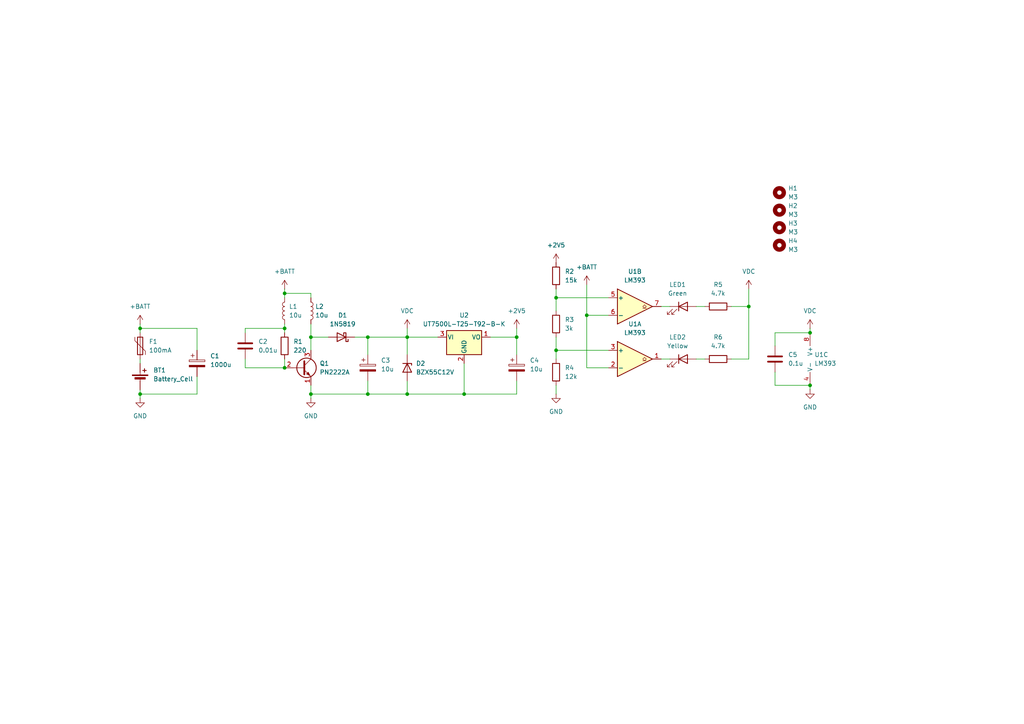
<source format=kicad_sch>
(kicad_sch
	(version 20250114)
	(generator "eeschema")
	(generator_version "9.0")
	(uuid "d080db52-3043-44c9-91f6-19001e043069")
	(paper "A4")
	(lib_symbols
		(symbol "Comparator:LM393"
			(pin_names
				(offset 0.127)
			)
			(exclude_from_sim no)
			(in_bom yes)
			(on_board yes)
			(property "Reference" "U"
				(at 3.81 3.81 0)
				(effects
					(font
						(size 1.27 1.27)
					)
				)
			)
			(property "Value" "LM393"
				(at 6.35 -3.81 0)
				(effects
					(font
						(size 1.27 1.27)
					)
				)
			)
			(property "Footprint" ""
				(at 0 0 0)
				(effects
					(font
						(size 1.27 1.27)
					)
					(hide yes)
				)
			)
			(property "Datasheet" "http://www.ti.com/lit/ds/symlink/lm393.pdf"
				(at 0 0 0)
				(effects
					(font
						(size 1.27 1.27)
					)
					(hide yes)
				)
			)
			(property "Description" "Low-Power, Low-Offset Voltage, Dual Comparators, DIP-8/SOIC-8/TO-99-8"
				(at 0 0 0)
				(effects
					(font
						(size 1.27 1.27)
					)
					(hide yes)
				)
			)
			(property "ki_locked" ""
				(at 0 0 0)
				(effects
					(font
						(size 1.27 1.27)
					)
				)
			)
			(property "ki_keywords" "cmp open collector"
				(at 0 0 0)
				(effects
					(font
						(size 1.27 1.27)
					)
					(hide yes)
				)
			)
			(property "ki_fp_filters" "SOIC*3.9x4.9mm*P1.27mm* DIP*W7.62mm* SOP*5.28x5.23mm*P1.27mm* VSSOP*3x3mm*P0.65mm* TSSOP*4.4x3mm*P0.65mm*"
				(at 0 0 0)
				(effects
					(font
						(size 1.27 1.27)
					)
					(hide yes)
				)
			)
			(symbol "LM393_1_1"
				(polyline
					(pts
						(xy -5.08 5.08) (xy 5.08 0) (xy -5.08 -5.08) (xy -5.08 5.08)
					)
					(stroke
						(width 0.254)
						(type default)
					)
					(fill
						(type background)
					)
				)
				(polyline
					(pts
						(xy 3.302 -0.508) (xy 2.794 -0.508) (xy 3.302 0) (xy 2.794 0.508) (xy 2.286 0) (xy 2.794 -0.508)
						(xy 2.286 -0.508)
					)
					(stroke
						(width 0.127)
						(type default)
					)
					(fill
						(type none)
					)
				)
				(pin input line
					(at -7.62 2.54 0)
					(length 2.54)
					(name "+"
						(effects
							(font
								(size 1.27 1.27)
							)
						)
					)
					(number "3"
						(effects
							(font
								(size 1.27 1.27)
							)
						)
					)
				)
				(pin input line
					(at -7.62 -2.54 0)
					(length 2.54)
					(name "-"
						(effects
							(font
								(size 1.27 1.27)
							)
						)
					)
					(number "2"
						(effects
							(font
								(size 1.27 1.27)
							)
						)
					)
				)
				(pin open_collector line
					(at 7.62 0 180)
					(length 2.54)
					(name "~"
						(effects
							(font
								(size 1.27 1.27)
							)
						)
					)
					(number "1"
						(effects
							(font
								(size 1.27 1.27)
							)
						)
					)
				)
			)
			(symbol "LM393_2_1"
				(polyline
					(pts
						(xy -5.08 5.08) (xy 5.08 0) (xy -5.08 -5.08) (xy -5.08 5.08)
					)
					(stroke
						(width 0.254)
						(type default)
					)
					(fill
						(type background)
					)
				)
				(polyline
					(pts
						(xy 3.302 -0.508) (xy 2.794 -0.508) (xy 3.302 0) (xy 2.794 0.508) (xy 2.286 0) (xy 2.794 -0.508)
						(xy 2.286 -0.508)
					)
					(stroke
						(width 0.127)
						(type default)
					)
					(fill
						(type none)
					)
				)
				(pin input line
					(at -7.62 2.54 0)
					(length 2.54)
					(name "+"
						(effects
							(font
								(size 1.27 1.27)
							)
						)
					)
					(number "5"
						(effects
							(font
								(size 1.27 1.27)
							)
						)
					)
				)
				(pin input line
					(at -7.62 -2.54 0)
					(length 2.54)
					(name "-"
						(effects
							(font
								(size 1.27 1.27)
							)
						)
					)
					(number "6"
						(effects
							(font
								(size 1.27 1.27)
							)
						)
					)
				)
				(pin open_collector line
					(at 7.62 0 180)
					(length 2.54)
					(name "~"
						(effects
							(font
								(size 1.27 1.27)
							)
						)
					)
					(number "7"
						(effects
							(font
								(size 1.27 1.27)
							)
						)
					)
				)
			)
			(symbol "LM393_3_1"
				(pin power_in line
					(at -2.54 7.62 270)
					(length 3.81)
					(name "V+"
						(effects
							(font
								(size 1.27 1.27)
							)
						)
					)
					(number "8"
						(effects
							(font
								(size 1.27 1.27)
							)
						)
					)
				)
				(pin power_in line
					(at -2.54 -7.62 90)
					(length 3.81)
					(name "V-"
						(effects
							(font
								(size 1.27 1.27)
							)
						)
					)
					(number "4"
						(effects
							(font
								(size 1.27 1.27)
							)
						)
					)
				)
			)
			(embedded_fonts no)
		)
		(symbol "Device:Battery_Cell"
			(pin_numbers
				(hide yes)
			)
			(pin_names
				(offset 0)
				(hide yes)
			)
			(exclude_from_sim no)
			(in_bom yes)
			(on_board yes)
			(property "Reference" "BT"
				(at 2.54 2.54 0)
				(effects
					(font
						(size 1.27 1.27)
					)
					(justify left)
				)
			)
			(property "Value" "Battery_Cell"
				(at 2.54 0 0)
				(effects
					(font
						(size 1.27 1.27)
					)
					(justify left)
				)
			)
			(property "Footprint" ""
				(at 0 1.524 90)
				(effects
					(font
						(size 1.27 1.27)
					)
					(hide yes)
				)
			)
			(property "Datasheet" "~"
				(at 0 1.524 90)
				(effects
					(font
						(size 1.27 1.27)
					)
					(hide yes)
				)
			)
			(property "Description" "Single-cell battery"
				(at 0 0 0)
				(effects
					(font
						(size 1.27 1.27)
					)
					(hide yes)
				)
			)
			(property "ki_keywords" "battery cell"
				(at 0 0 0)
				(effects
					(font
						(size 1.27 1.27)
					)
					(hide yes)
				)
			)
			(symbol "Battery_Cell_0_1"
				(rectangle
					(start -2.286 1.778)
					(end 2.286 1.524)
					(stroke
						(width 0)
						(type default)
					)
					(fill
						(type outline)
					)
				)
				(rectangle
					(start -1.524 1.016)
					(end 1.524 0.508)
					(stroke
						(width 0)
						(type default)
					)
					(fill
						(type outline)
					)
				)
				(polyline
					(pts
						(xy 0 1.778) (xy 0 2.54)
					)
					(stroke
						(width 0)
						(type default)
					)
					(fill
						(type none)
					)
				)
				(polyline
					(pts
						(xy 0 0.762) (xy 0 0)
					)
					(stroke
						(width 0)
						(type default)
					)
					(fill
						(type none)
					)
				)
				(polyline
					(pts
						(xy 0.762 3.048) (xy 1.778 3.048)
					)
					(stroke
						(width 0.254)
						(type default)
					)
					(fill
						(type none)
					)
				)
				(polyline
					(pts
						(xy 1.27 3.556) (xy 1.27 2.54)
					)
					(stroke
						(width 0.254)
						(type default)
					)
					(fill
						(type none)
					)
				)
			)
			(symbol "Battery_Cell_1_1"
				(pin passive line
					(at 0 5.08 270)
					(length 2.54)
					(name "+"
						(effects
							(font
								(size 1.27 1.27)
							)
						)
					)
					(number "1"
						(effects
							(font
								(size 1.27 1.27)
							)
						)
					)
				)
				(pin passive line
					(at 0 -2.54 90)
					(length 2.54)
					(name "-"
						(effects
							(font
								(size 1.27 1.27)
							)
						)
					)
					(number "2"
						(effects
							(font
								(size 1.27 1.27)
							)
						)
					)
				)
			)
			(embedded_fonts no)
		)
		(symbol "Device:C"
			(pin_numbers
				(hide yes)
			)
			(pin_names
				(offset 0.254)
			)
			(exclude_from_sim no)
			(in_bom yes)
			(on_board yes)
			(property "Reference" "C"
				(at 0.635 2.54 0)
				(effects
					(font
						(size 1.27 1.27)
					)
					(justify left)
				)
			)
			(property "Value" "C"
				(at 0.635 -2.54 0)
				(effects
					(font
						(size 1.27 1.27)
					)
					(justify left)
				)
			)
			(property "Footprint" ""
				(at 0.9652 -3.81 0)
				(effects
					(font
						(size 1.27 1.27)
					)
					(hide yes)
				)
			)
			(property "Datasheet" "~"
				(at 0 0 0)
				(effects
					(font
						(size 1.27 1.27)
					)
					(hide yes)
				)
			)
			(property "Description" "Unpolarized capacitor"
				(at 0 0 0)
				(effects
					(font
						(size 1.27 1.27)
					)
					(hide yes)
				)
			)
			(property "ki_keywords" "cap capacitor"
				(at 0 0 0)
				(effects
					(font
						(size 1.27 1.27)
					)
					(hide yes)
				)
			)
			(property "ki_fp_filters" "C_*"
				(at 0 0 0)
				(effects
					(font
						(size 1.27 1.27)
					)
					(hide yes)
				)
			)
			(symbol "C_0_1"
				(polyline
					(pts
						(xy -2.032 0.762) (xy 2.032 0.762)
					)
					(stroke
						(width 0.508)
						(type default)
					)
					(fill
						(type none)
					)
				)
				(polyline
					(pts
						(xy -2.032 -0.762) (xy 2.032 -0.762)
					)
					(stroke
						(width 0.508)
						(type default)
					)
					(fill
						(type none)
					)
				)
			)
			(symbol "C_1_1"
				(pin passive line
					(at 0 3.81 270)
					(length 2.794)
					(name "~"
						(effects
							(font
								(size 1.27 1.27)
							)
						)
					)
					(number "1"
						(effects
							(font
								(size 1.27 1.27)
							)
						)
					)
				)
				(pin passive line
					(at 0 -3.81 90)
					(length 2.794)
					(name "~"
						(effects
							(font
								(size 1.27 1.27)
							)
						)
					)
					(number "2"
						(effects
							(font
								(size 1.27 1.27)
							)
						)
					)
				)
			)
			(embedded_fonts no)
		)
		(symbol "Device:C_Polarized"
			(pin_numbers
				(hide yes)
			)
			(pin_names
				(offset 0.254)
			)
			(exclude_from_sim no)
			(in_bom yes)
			(on_board yes)
			(property "Reference" "C"
				(at 0.635 2.54 0)
				(effects
					(font
						(size 1.27 1.27)
					)
					(justify left)
				)
			)
			(property "Value" "C_Polarized"
				(at 0.635 -2.54 0)
				(effects
					(font
						(size 1.27 1.27)
					)
					(justify left)
				)
			)
			(property "Footprint" ""
				(at 0.9652 -3.81 0)
				(effects
					(font
						(size 1.27 1.27)
					)
					(hide yes)
				)
			)
			(property "Datasheet" "~"
				(at 0 0 0)
				(effects
					(font
						(size 1.27 1.27)
					)
					(hide yes)
				)
			)
			(property "Description" "Polarized capacitor"
				(at 0 0 0)
				(effects
					(font
						(size 1.27 1.27)
					)
					(hide yes)
				)
			)
			(property "ki_keywords" "cap capacitor"
				(at 0 0 0)
				(effects
					(font
						(size 1.27 1.27)
					)
					(hide yes)
				)
			)
			(property "ki_fp_filters" "CP_*"
				(at 0 0 0)
				(effects
					(font
						(size 1.27 1.27)
					)
					(hide yes)
				)
			)
			(symbol "C_Polarized_0_1"
				(rectangle
					(start -2.286 0.508)
					(end 2.286 1.016)
					(stroke
						(width 0)
						(type default)
					)
					(fill
						(type none)
					)
				)
				(polyline
					(pts
						(xy -1.778 2.286) (xy -0.762 2.286)
					)
					(stroke
						(width 0)
						(type default)
					)
					(fill
						(type none)
					)
				)
				(polyline
					(pts
						(xy -1.27 2.794) (xy -1.27 1.778)
					)
					(stroke
						(width 0)
						(type default)
					)
					(fill
						(type none)
					)
				)
				(rectangle
					(start 2.286 -0.508)
					(end -2.286 -1.016)
					(stroke
						(width 0)
						(type default)
					)
					(fill
						(type outline)
					)
				)
			)
			(symbol "C_Polarized_1_1"
				(pin passive line
					(at 0 3.81 270)
					(length 2.794)
					(name "~"
						(effects
							(font
								(size 1.27 1.27)
							)
						)
					)
					(number "1"
						(effects
							(font
								(size 1.27 1.27)
							)
						)
					)
				)
				(pin passive line
					(at 0 -3.81 90)
					(length 2.794)
					(name "~"
						(effects
							(font
								(size 1.27 1.27)
							)
						)
					)
					(number "2"
						(effects
							(font
								(size 1.27 1.27)
							)
						)
					)
				)
			)
			(embedded_fonts no)
		)
		(symbol "Device:D_Zener"
			(pin_numbers
				(hide yes)
			)
			(pin_names
				(offset 1.016)
				(hide yes)
			)
			(exclude_from_sim no)
			(in_bom yes)
			(on_board yes)
			(property "Reference" "D"
				(at 0 2.54 0)
				(effects
					(font
						(size 1.27 1.27)
					)
				)
			)
			(property "Value" "D_Zener"
				(at 0 -2.54 0)
				(effects
					(font
						(size 1.27 1.27)
					)
				)
			)
			(property "Footprint" ""
				(at 0 0 0)
				(effects
					(font
						(size 1.27 1.27)
					)
					(hide yes)
				)
			)
			(property "Datasheet" "~"
				(at 0 0 0)
				(effects
					(font
						(size 1.27 1.27)
					)
					(hide yes)
				)
			)
			(property "Description" "Zener diode"
				(at 0 0 0)
				(effects
					(font
						(size 1.27 1.27)
					)
					(hide yes)
				)
			)
			(property "ki_keywords" "diode"
				(at 0 0 0)
				(effects
					(font
						(size 1.27 1.27)
					)
					(hide yes)
				)
			)
			(property "ki_fp_filters" "TO-???* *_Diode_* *SingleDiode* D_*"
				(at 0 0 0)
				(effects
					(font
						(size 1.27 1.27)
					)
					(hide yes)
				)
			)
			(symbol "D_Zener_0_1"
				(polyline
					(pts
						(xy -1.27 -1.27) (xy -1.27 1.27) (xy -0.762 1.27)
					)
					(stroke
						(width 0.254)
						(type default)
					)
					(fill
						(type none)
					)
				)
				(polyline
					(pts
						(xy 1.27 0) (xy -1.27 0)
					)
					(stroke
						(width 0)
						(type default)
					)
					(fill
						(type none)
					)
				)
				(polyline
					(pts
						(xy 1.27 -1.27) (xy 1.27 1.27) (xy -1.27 0) (xy 1.27 -1.27)
					)
					(stroke
						(width 0.254)
						(type default)
					)
					(fill
						(type none)
					)
				)
			)
			(symbol "D_Zener_1_1"
				(pin passive line
					(at -3.81 0 0)
					(length 2.54)
					(name "K"
						(effects
							(font
								(size 1.27 1.27)
							)
						)
					)
					(number "1"
						(effects
							(font
								(size 1.27 1.27)
							)
						)
					)
				)
				(pin passive line
					(at 3.81 0 180)
					(length 2.54)
					(name "A"
						(effects
							(font
								(size 1.27 1.27)
							)
						)
					)
					(number "2"
						(effects
							(font
								(size 1.27 1.27)
							)
						)
					)
				)
			)
			(embedded_fonts no)
		)
		(symbol "Device:L"
			(pin_numbers
				(hide yes)
			)
			(pin_names
				(offset 1.016)
				(hide yes)
			)
			(exclude_from_sim no)
			(in_bom yes)
			(on_board yes)
			(property "Reference" "L"
				(at -1.27 0 90)
				(effects
					(font
						(size 1.27 1.27)
					)
				)
			)
			(property "Value" "L"
				(at 1.905 0 90)
				(effects
					(font
						(size 1.27 1.27)
					)
				)
			)
			(property "Footprint" ""
				(at 0 0 0)
				(effects
					(font
						(size 1.27 1.27)
					)
					(hide yes)
				)
			)
			(property "Datasheet" "~"
				(at 0 0 0)
				(effects
					(font
						(size 1.27 1.27)
					)
					(hide yes)
				)
			)
			(property "Description" "Inductor"
				(at 0 0 0)
				(effects
					(font
						(size 1.27 1.27)
					)
					(hide yes)
				)
			)
			(property "ki_keywords" "inductor choke coil reactor magnetic"
				(at 0 0 0)
				(effects
					(font
						(size 1.27 1.27)
					)
					(hide yes)
				)
			)
			(property "ki_fp_filters" "Choke_* *Coil* Inductor_* L_*"
				(at 0 0 0)
				(effects
					(font
						(size 1.27 1.27)
					)
					(hide yes)
				)
			)
			(symbol "L_0_1"
				(arc
					(start 0 2.54)
					(mid 0.6323 1.905)
					(end 0 1.27)
					(stroke
						(width 0)
						(type default)
					)
					(fill
						(type none)
					)
				)
				(arc
					(start 0 1.27)
					(mid 0.6323 0.635)
					(end 0 0)
					(stroke
						(width 0)
						(type default)
					)
					(fill
						(type none)
					)
				)
				(arc
					(start 0 0)
					(mid 0.6323 -0.635)
					(end 0 -1.27)
					(stroke
						(width 0)
						(type default)
					)
					(fill
						(type none)
					)
				)
				(arc
					(start 0 -1.27)
					(mid 0.6323 -1.905)
					(end 0 -2.54)
					(stroke
						(width 0)
						(type default)
					)
					(fill
						(type none)
					)
				)
			)
			(symbol "L_1_1"
				(pin passive line
					(at 0 3.81 270)
					(length 1.27)
					(name "1"
						(effects
							(font
								(size 1.27 1.27)
							)
						)
					)
					(number "1"
						(effects
							(font
								(size 1.27 1.27)
							)
						)
					)
				)
				(pin passive line
					(at 0 -3.81 90)
					(length 1.27)
					(name "2"
						(effects
							(font
								(size 1.27 1.27)
							)
						)
					)
					(number "2"
						(effects
							(font
								(size 1.27 1.27)
							)
						)
					)
				)
			)
			(embedded_fonts no)
		)
		(symbol "Device:LED"
			(pin_numbers
				(hide yes)
			)
			(pin_names
				(offset 1.016)
				(hide yes)
			)
			(exclude_from_sim no)
			(in_bom yes)
			(on_board yes)
			(property "Reference" "D"
				(at 0 2.54 0)
				(effects
					(font
						(size 1.27 1.27)
					)
				)
			)
			(property "Value" "LED"
				(at 0 -2.54 0)
				(effects
					(font
						(size 1.27 1.27)
					)
				)
			)
			(property "Footprint" ""
				(at 0 0 0)
				(effects
					(font
						(size 1.27 1.27)
					)
					(hide yes)
				)
			)
			(property "Datasheet" "~"
				(at 0 0 0)
				(effects
					(font
						(size 1.27 1.27)
					)
					(hide yes)
				)
			)
			(property "Description" "Light emitting diode"
				(at 0 0 0)
				(effects
					(font
						(size 1.27 1.27)
					)
					(hide yes)
				)
			)
			(property "Sim.Pins" "1=K 2=A"
				(at 0 0 0)
				(effects
					(font
						(size 1.27 1.27)
					)
					(hide yes)
				)
			)
			(property "ki_keywords" "LED diode"
				(at 0 0 0)
				(effects
					(font
						(size 1.27 1.27)
					)
					(hide yes)
				)
			)
			(property "ki_fp_filters" "LED* LED_SMD:* LED_THT:*"
				(at 0 0 0)
				(effects
					(font
						(size 1.27 1.27)
					)
					(hide yes)
				)
			)
			(symbol "LED_0_1"
				(polyline
					(pts
						(xy -3.048 -0.762) (xy -4.572 -2.286) (xy -3.81 -2.286) (xy -4.572 -2.286) (xy -4.572 -1.524)
					)
					(stroke
						(width 0)
						(type default)
					)
					(fill
						(type none)
					)
				)
				(polyline
					(pts
						(xy -1.778 -0.762) (xy -3.302 -2.286) (xy -2.54 -2.286) (xy -3.302 -2.286) (xy -3.302 -1.524)
					)
					(stroke
						(width 0)
						(type default)
					)
					(fill
						(type none)
					)
				)
				(polyline
					(pts
						(xy -1.27 0) (xy 1.27 0)
					)
					(stroke
						(width 0)
						(type default)
					)
					(fill
						(type none)
					)
				)
				(polyline
					(pts
						(xy -1.27 -1.27) (xy -1.27 1.27)
					)
					(stroke
						(width 0.254)
						(type default)
					)
					(fill
						(type none)
					)
				)
				(polyline
					(pts
						(xy 1.27 -1.27) (xy 1.27 1.27) (xy -1.27 0) (xy 1.27 -1.27)
					)
					(stroke
						(width 0.254)
						(type default)
					)
					(fill
						(type none)
					)
				)
			)
			(symbol "LED_1_1"
				(pin passive line
					(at -3.81 0 0)
					(length 2.54)
					(name "K"
						(effects
							(font
								(size 1.27 1.27)
							)
						)
					)
					(number "1"
						(effects
							(font
								(size 1.27 1.27)
							)
						)
					)
				)
				(pin passive line
					(at 3.81 0 180)
					(length 2.54)
					(name "A"
						(effects
							(font
								(size 1.27 1.27)
							)
						)
					)
					(number "2"
						(effects
							(font
								(size 1.27 1.27)
							)
						)
					)
				)
			)
			(embedded_fonts no)
		)
		(symbol "Device:Polyfuse"
			(pin_numbers
				(hide yes)
			)
			(pin_names
				(offset 0)
			)
			(exclude_from_sim no)
			(in_bom yes)
			(on_board yes)
			(property "Reference" "F"
				(at -2.54 0 90)
				(effects
					(font
						(size 1.27 1.27)
					)
				)
			)
			(property "Value" "Polyfuse"
				(at 2.54 0 90)
				(effects
					(font
						(size 1.27 1.27)
					)
				)
			)
			(property "Footprint" ""
				(at 1.27 -5.08 0)
				(effects
					(font
						(size 1.27 1.27)
					)
					(justify left)
					(hide yes)
				)
			)
			(property "Datasheet" "~"
				(at 0 0 0)
				(effects
					(font
						(size 1.27 1.27)
					)
					(hide yes)
				)
			)
			(property "Description" "Resettable fuse, polymeric positive temperature coefficient"
				(at 0 0 0)
				(effects
					(font
						(size 1.27 1.27)
					)
					(hide yes)
				)
			)
			(property "ki_keywords" "resettable fuse PTC PPTC polyfuse polyswitch"
				(at 0 0 0)
				(effects
					(font
						(size 1.27 1.27)
					)
					(hide yes)
				)
			)
			(property "ki_fp_filters" "*polyfuse* *PTC*"
				(at 0 0 0)
				(effects
					(font
						(size 1.27 1.27)
					)
					(hide yes)
				)
			)
			(symbol "Polyfuse_0_1"
				(polyline
					(pts
						(xy -1.524 2.54) (xy -1.524 1.524) (xy 1.524 -1.524) (xy 1.524 -2.54)
					)
					(stroke
						(width 0)
						(type default)
					)
					(fill
						(type none)
					)
				)
				(rectangle
					(start -0.762 2.54)
					(end 0.762 -2.54)
					(stroke
						(width 0.254)
						(type default)
					)
					(fill
						(type none)
					)
				)
				(polyline
					(pts
						(xy 0 2.54) (xy 0 -2.54)
					)
					(stroke
						(width 0)
						(type default)
					)
					(fill
						(type none)
					)
				)
			)
			(symbol "Polyfuse_1_1"
				(pin passive line
					(at 0 3.81 270)
					(length 1.27)
					(name "~"
						(effects
							(font
								(size 1.27 1.27)
							)
						)
					)
					(number "1"
						(effects
							(font
								(size 1.27 1.27)
							)
						)
					)
				)
				(pin passive line
					(at 0 -3.81 90)
					(length 1.27)
					(name "~"
						(effects
							(font
								(size 1.27 1.27)
							)
						)
					)
					(number "2"
						(effects
							(font
								(size 1.27 1.27)
							)
						)
					)
				)
			)
			(embedded_fonts no)
		)
		(symbol "Device:R"
			(pin_numbers
				(hide yes)
			)
			(pin_names
				(offset 0)
			)
			(exclude_from_sim no)
			(in_bom yes)
			(on_board yes)
			(property "Reference" "R"
				(at 2.032 0 90)
				(effects
					(font
						(size 1.27 1.27)
					)
				)
			)
			(property "Value" "R"
				(at 0 0 90)
				(effects
					(font
						(size 1.27 1.27)
					)
				)
			)
			(property "Footprint" ""
				(at -1.778 0 90)
				(effects
					(font
						(size 1.27 1.27)
					)
					(hide yes)
				)
			)
			(property "Datasheet" "~"
				(at 0 0 0)
				(effects
					(font
						(size 1.27 1.27)
					)
					(hide yes)
				)
			)
			(property "Description" "Resistor"
				(at 0 0 0)
				(effects
					(font
						(size 1.27 1.27)
					)
					(hide yes)
				)
			)
			(property "ki_keywords" "R res resistor"
				(at 0 0 0)
				(effects
					(font
						(size 1.27 1.27)
					)
					(hide yes)
				)
			)
			(property "ki_fp_filters" "R_*"
				(at 0 0 0)
				(effects
					(font
						(size 1.27 1.27)
					)
					(hide yes)
				)
			)
			(symbol "R_0_1"
				(rectangle
					(start -1.016 -2.54)
					(end 1.016 2.54)
					(stroke
						(width 0.254)
						(type default)
					)
					(fill
						(type none)
					)
				)
			)
			(symbol "R_1_1"
				(pin passive line
					(at 0 3.81 270)
					(length 1.27)
					(name "~"
						(effects
							(font
								(size 1.27 1.27)
							)
						)
					)
					(number "1"
						(effects
							(font
								(size 1.27 1.27)
							)
						)
					)
				)
				(pin passive line
					(at 0 -3.81 90)
					(length 1.27)
					(name "~"
						(effects
							(font
								(size 1.27 1.27)
							)
						)
					)
					(number "2"
						(effects
							(font
								(size 1.27 1.27)
							)
						)
					)
				)
			)
			(embedded_fonts no)
		)
		(symbol "Diode:1N5819"
			(pin_numbers
				(hide yes)
			)
			(pin_names
				(offset 1.016)
				(hide yes)
			)
			(exclude_from_sim no)
			(in_bom yes)
			(on_board yes)
			(property "Reference" "D"
				(at 0 2.54 0)
				(effects
					(font
						(size 1.27 1.27)
					)
				)
			)
			(property "Value" "1N5819"
				(at 0 -2.54 0)
				(effects
					(font
						(size 1.27 1.27)
					)
				)
			)
			(property "Footprint" "Diode_THT:D_DO-41_SOD81_P10.16mm_Horizontal"
				(at 0 -4.445 0)
				(effects
					(font
						(size 1.27 1.27)
					)
					(hide yes)
				)
			)
			(property "Datasheet" "http://www.vishay.com/docs/88525/1n5817.pdf"
				(at 0 0 0)
				(effects
					(font
						(size 1.27 1.27)
					)
					(hide yes)
				)
			)
			(property "Description" "40V 1A Schottky Barrier Rectifier Diode, DO-41"
				(at 0 0 0)
				(effects
					(font
						(size 1.27 1.27)
					)
					(hide yes)
				)
			)
			(property "ki_keywords" "diode Schottky"
				(at 0 0 0)
				(effects
					(font
						(size 1.27 1.27)
					)
					(hide yes)
				)
			)
			(property "ki_fp_filters" "D*DO?41*"
				(at 0 0 0)
				(effects
					(font
						(size 1.27 1.27)
					)
					(hide yes)
				)
			)
			(symbol "1N5819_0_1"
				(polyline
					(pts
						(xy -1.905 0.635) (xy -1.905 1.27) (xy -1.27 1.27) (xy -1.27 -1.27) (xy -0.635 -1.27) (xy -0.635 -0.635)
					)
					(stroke
						(width 0.254)
						(type default)
					)
					(fill
						(type none)
					)
				)
				(polyline
					(pts
						(xy 1.27 1.27) (xy 1.27 -1.27) (xy -1.27 0) (xy 1.27 1.27)
					)
					(stroke
						(width 0.254)
						(type default)
					)
					(fill
						(type none)
					)
				)
				(polyline
					(pts
						(xy 1.27 0) (xy -1.27 0)
					)
					(stroke
						(width 0)
						(type default)
					)
					(fill
						(type none)
					)
				)
			)
			(symbol "1N5819_1_1"
				(pin passive line
					(at -3.81 0 0)
					(length 2.54)
					(name "K"
						(effects
							(font
								(size 1.27 1.27)
							)
						)
					)
					(number "1"
						(effects
							(font
								(size 1.27 1.27)
							)
						)
					)
				)
				(pin passive line
					(at 3.81 0 180)
					(length 2.54)
					(name "A"
						(effects
							(font
								(size 1.27 1.27)
							)
						)
					)
					(number "2"
						(effects
							(font
								(size 1.27 1.27)
							)
						)
					)
				)
			)
			(embedded_fonts no)
		)
		(symbol "Mechanical:MountingHole"
			(pin_names
				(offset 1.016)
			)
			(exclude_from_sim yes)
			(in_bom no)
			(on_board yes)
			(property "Reference" "H"
				(at 0 5.08 0)
				(effects
					(font
						(size 1.27 1.27)
					)
				)
			)
			(property "Value" "MountingHole"
				(at 0 3.175 0)
				(effects
					(font
						(size 1.27 1.27)
					)
				)
			)
			(property "Footprint" ""
				(at 0 0 0)
				(effects
					(font
						(size 1.27 1.27)
					)
					(hide yes)
				)
			)
			(property "Datasheet" "~"
				(at 0 0 0)
				(effects
					(font
						(size 1.27 1.27)
					)
					(hide yes)
				)
			)
			(property "Description" "Mounting Hole without connection"
				(at 0 0 0)
				(effects
					(font
						(size 1.27 1.27)
					)
					(hide yes)
				)
			)
			(property "ki_keywords" "mounting hole"
				(at 0 0 0)
				(effects
					(font
						(size 1.27 1.27)
					)
					(hide yes)
				)
			)
			(property "ki_fp_filters" "MountingHole*"
				(at 0 0 0)
				(effects
					(font
						(size 1.27 1.27)
					)
					(hide yes)
				)
			)
			(symbol "MountingHole_0_1"
				(circle
					(center 0 0)
					(radius 1.27)
					(stroke
						(width 1.27)
						(type default)
					)
					(fill
						(type none)
					)
				)
			)
			(embedded_fonts no)
		)
		(symbol "Regulator_Linear:LM78L05_TO92"
			(pin_names
				(offset 0.254)
			)
			(exclude_from_sim no)
			(in_bom yes)
			(on_board yes)
			(property "Reference" "U"
				(at -3.81 3.175 0)
				(effects
					(font
						(size 1.27 1.27)
					)
				)
			)
			(property "Value" "LM78L05_TO92"
				(at 0 3.175 0)
				(effects
					(font
						(size 1.27 1.27)
					)
					(justify left)
				)
			)
			(property "Footprint" "Package_TO_SOT_THT:TO-92_Inline"
				(at 0 5.715 0)
				(effects
					(font
						(size 1.27 1.27)
						(italic yes)
					)
					(hide yes)
				)
			)
			(property "Datasheet" "https://www.onsemi.com/pub/Collateral/MC78L06A-D.pdf"
				(at 0 -1.27 0)
				(effects
					(font
						(size 1.27 1.27)
					)
					(hide yes)
				)
			)
			(property "Description" "Positive 100mA 30V Linear Regulator, Fixed Output 5V, TO-92"
				(at 0 0 0)
				(effects
					(font
						(size 1.27 1.27)
					)
					(hide yes)
				)
			)
			(property "ki_keywords" "Voltage Regulator 100mA Positive"
				(at 0 0 0)
				(effects
					(font
						(size 1.27 1.27)
					)
					(hide yes)
				)
			)
			(property "ki_fp_filters" "TO?92*"
				(at 0 0 0)
				(effects
					(font
						(size 1.27 1.27)
					)
					(hide yes)
				)
			)
			(symbol "LM78L05_TO92_0_1"
				(rectangle
					(start -5.08 -5.08)
					(end 5.08 1.905)
					(stroke
						(width 0.254)
						(type default)
					)
					(fill
						(type background)
					)
				)
			)
			(symbol "LM78L05_TO92_1_1"
				(pin power_in line
					(at -7.62 0 0)
					(length 2.54)
					(name "VI"
						(effects
							(font
								(size 1.27 1.27)
							)
						)
					)
					(number "3"
						(effects
							(font
								(size 1.27 1.27)
							)
						)
					)
				)
				(pin power_in line
					(at 0 -7.62 90)
					(length 2.54)
					(name "GND"
						(effects
							(font
								(size 1.27 1.27)
							)
						)
					)
					(number "2"
						(effects
							(font
								(size 1.27 1.27)
							)
						)
					)
				)
				(pin power_out line
					(at 7.62 0 180)
					(length 2.54)
					(name "VO"
						(effects
							(font
								(size 1.27 1.27)
							)
						)
					)
					(number "1"
						(effects
							(font
								(size 1.27 1.27)
							)
						)
					)
				)
			)
			(embedded_fonts no)
		)
		(symbol "Transistor_BJT:PN2222A"
			(pin_names
				(offset 0)
				(hide yes)
			)
			(exclude_from_sim no)
			(in_bom yes)
			(on_board yes)
			(property "Reference" "Q"
				(at 5.08 1.905 0)
				(effects
					(font
						(size 1.27 1.27)
					)
					(justify left)
				)
			)
			(property "Value" "PN2222A"
				(at 5.08 0 0)
				(effects
					(font
						(size 1.27 1.27)
					)
					(justify left)
				)
			)
			(property "Footprint" "Package_TO_SOT_THT:TO-92_Inline"
				(at 5.08 -1.905 0)
				(effects
					(font
						(size 1.27 1.27)
						(italic yes)
					)
					(justify left)
					(hide yes)
				)
			)
			(property "Datasheet" "https://www.onsemi.com/pub/Collateral/PN2222-D.PDF"
				(at 0 0 0)
				(effects
					(font
						(size 1.27 1.27)
					)
					(justify left)
					(hide yes)
				)
			)
			(property "Description" "1A Ic, 40V Vce, NPN Transistor, General Purpose Transistor, TO-92"
				(at 0 0 0)
				(effects
					(font
						(size 1.27 1.27)
					)
					(hide yes)
				)
			)
			(property "ki_keywords" "NPN Transistor"
				(at 0 0 0)
				(effects
					(font
						(size 1.27 1.27)
					)
					(hide yes)
				)
			)
			(property "ki_fp_filters" "TO?92*"
				(at 0 0 0)
				(effects
					(font
						(size 1.27 1.27)
					)
					(hide yes)
				)
			)
			(symbol "PN2222A_0_1"
				(polyline
					(pts
						(xy -2.54 0) (xy 0.635 0)
					)
					(stroke
						(width 0)
						(type default)
					)
					(fill
						(type none)
					)
				)
				(polyline
					(pts
						(xy 0.635 1.905) (xy 0.635 -1.905)
					)
					(stroke
						(width 0.508)
						(type default)
					)
					(fill
						(type none)
					)
				)
				(circle
					(center 1.27 0)
					(radius 2.8194)
					(stroke
						(width 0.254)
						(type default)
					)
					(fill
						(type none)
					)
				)
			)
			(symbol "PN2222A_1_1"
				(polyline
					(pts
						(xy 0.635 0.635) (xy 2.54 2.54)
					)
					(stroke
						(width 0)
						(type default)
					)
					(fill
						(type none)
					)
				)
				(polyline
					(pts
						(xy 0.635 -0.635) (xy 2.54 -2.54)
					)
					(stroke
						(width 0)
						(type default)
					)
					(fill
						(type none)
					)
				)
				(polyline
					(pts
						(xy 1.27 -1.778) (xy 1.778 -1.27) (xy 2.286 -2.286) (xy 1.27 -1.778)
					)
					(stroke
						(width 0)
						(type default)
					)
					(fill
						(type outline)
					)
				)
				(pin input line
					(at -5.08 0 0)
					(length 2.54)
					(name "B"
						(effects
							(font
								(size 1.27 1.27)
							)
						)
					)
					(number "2"
						(effects
							(font
								(size 1.27 1.27)
							)
						)
					)
				)
				(pin passive line
					(at 2.54 5.08 270)
					(length 2.54)
					(name "C"
						(effects
							(font
								(size 1.27 1.27)
							)
						)
					)
					(number "3"
						(effects
							(font
								(size 1.27 1.27)
							)
						)
					)
				)
				(pin passive line
					(at 2.54 -5.08 90)
					(length 2.54)
					(name "E"
						(effects
							(font
								(size 1.27 1.27)
							)
						)
					)
					(number "1"
						(effects
							(font
								(size 1.27 1.27)
							)
						)
					)
				)
			)
			(embedded_fonts no)
		)
		(symbol "power:+2V5"
			(power)
			(pin_numbers
				(hide yes)
			)
			(pin_names
				(offset 0)
				(hide yes)
			)
			(exclude_from_sim no)
			(in_bom yes)
			(on_board yes)
			(property "Reference" "#PWR"
				(at 0 -3.81 0)
				(effects
					(font
						(size 1.27 1.27)
					)
					(hide yes)
				)
			)
			(property "Value" "+2V5"
				(at 0 3.556 0)
				(effects
					(font
						(size 1.27 1.27)
					)
				)
			)
			(property "Footprint" ""
				(at 0 0 0)
				(effects
					(font
						(size 1.27 1.27)
					)
					(hide yes)
				)
			)
			(property "Datasheet" ""
				(at 0 0 0)
				(effects
					(font
						(size 1.27 1.27)
					)
					(hide yes)
				)
			)
			(property "Description" "Power symbol creates a global label with name \"+2V5\""
				(at 0 0 0)
				(effects
					(font
						(size 1.27 1.27)
					)
					(hide yes)
				)
			)
			(property "ki_keywords" "global power"
				(at 0 0 0)
				(effects
					(font
						(size 1.27 1.27)
					)
					(hide yes)
				)
			)
			(symbol "+2V5_0_1"
				(polyline
					(pts
						(xy -0.762 1.27) (xy 0 2.54)
					)
					(stroke
						(width 0)
						(type default)
					)
					(fill
						(type none)
					)
				)
				(polyline
					(pts
						(xy 0 2.54) (xy 0.762 1.27)
					)
					(stroke
						(width 0)
						(type default)
					)
					(fill
						(type none)
					)
				)
				(polyline
					(pts
						(xy 0 0) (xy 0 2.54)
					)
					(stroke
						(width 0)
						(type default)
					)
					(fill
						(type none)
					)
				)
			)
			(symbol "+2V5_1_1"
				(pin power_in line
					(at 0 0 90)
					(length 0)
					(name "~"
						(effects
							(font
								(size 1.27 1.27)
							)
						)
					)
					(number "1"
						(effects
							(font
								(size 1.27 1.27)
							)
						)
					)
				)
			)
			(embedded_fonts no)
		)
		(symbol "power:+BATT"
			(power)
			(pin_numbers
				(hide yes)
			)
			(pin_names
				(offset 0)
				(hide yes)
			)
			(exclude_from_sim no)
			(in_bom yes)
			(on_board yes)
			(property "Reference" "#PWR"
				(at 0 -3.81 0)
				(effects
					(font
						(size 1.27 1.27)
					)
					(hide yes)
				)
			)
			(property "Value" "+BATT"
				(at 0 3.556 0)
				(effects
					(font
						(size 1.27 1.27)
					)
				)
			)
			(property "Footprint" ""
				(at 0 0 0)
				(effects
					(font
						(size 1.27 1.27)
					)
					(hide yes)
				)
			)
			(property "Datasheet" ""
				(at 0 0 0)
				(effects
					(font
						(size 1.27 1.27)
					)
					(hide yes)
				)
			)
			(property "Description" "Power symbol creates a global label with name \"+BATT\""
				(at 0 0 0)
				(effects
					(font
						(size 1.27 1.27)
					)
					(hide yes)
				)
			)
			(property "ki_keywords" "global power battery"
				(at 0 0 0)
				(effects
					(font
						(size 1.27 1.27)
					)
					(hide yes)
				)
			)
			(symbol "+BATT_0_1"
				(polyline
					(pts
						(xy -0.762 1.27) (xy 0 2.54)
					)
					(stroke
						(width 0)
						(type default)
					)
					(fill
						(type none)
					)
				)
				(polyline
					(pts
						(xy 0 2.54) (xy 0.762 1.27)
					)
					(stroke
						(width 0)
						(type default)
					)
					(fill
						(type none)
					)
				)
				(polyline
					(pts
						(xy 0 0) (xy 0 2.54)
					)
					(stroke
						(width 0)
						(type default)
					)
					(fill
						(type none)
					)
				)
			)
			(symbol "+BATT_1_1"
				(pin power_in line
					(at 0 0 90)
					(length 0)
					(name "~"
						(effects
							(font
								(size 1.27 1.27)
							)
						)
					)
					(number "1"
						(effects
							(font
								(size 1.27 1.27)
							)
						)
					)
				)
			)
			(embedded_fonts no)
		)
		(symbol "power:GND"
			(power)
			(pin_numbers
				(hide yes)
			)
			(pin_names
				(offset 0)
				(hide yes)
			)
			(exclude_from_sim no)
			(in_bom yes)
			(on_board yes)
			(property "Reference" "#PWR"
				(at 0 -6.35 0)
				(effects
					(font
						(size 1.27 1.27)
					)
					(hide yes)
				)
			)
			(property "Value" "GND"
				(at 0 -3.81 0)
				(effects
					(font
						(size 1.27 1.27)
					)
				)
			)
			(property "Footprint" ""
				(at 0 0 0)
				(effects
					(font
						(size 1.27 1.27)
					)
					(hide yes)
				)
			)
			(property "Datasheet" ""
				(at 0 0 0)
				(effects
					(font
						(size 1.27 1.27)
					)
					(hide yes)
				)
			)
			(property "Description" "Power symbol creates a global label with name \"GND\" , ground"
				(at 0 0 0)
				(effects
					(font
						(size 1.27 1.27)
					)
					(hide yes)
				)
			)
			(property "ki_keywords" "global power"
				(at 0 0 0)
				(effects
					(font
						(size 1.27 1.27)
					)
					(hide yes)
				)
			)
			(symbol "GND_0_1"
				(polyline
					(pts
						(xy 0 0) (xy 0 -1.27) (xy 1.27 -1.27) (xy 0 -2.54) (xy -1.27 -1.27) (xy 0 -1.27)
					)
					(stroke
						(width 0)
						(type default)
					)
					(fill
						(type none)
					)
				)
			)
			(symbol "GND_1_1"
				(pin power_in line
					(at 0 0 270)
					(length 0)
					(name "~"
						(effects
							(font
								(size 1.27 1.27)
							)
						)
					)
					(number "1"
						(effects
							(font
								(size 1.27 1.27)
							)
						)
					)
				)
			)
			(embedded_fonts no)
		)
		(symbol "power:VDC"
			(power)
			(pin_numbers
				(hide yes)
			)
			(pin_names
				(offset 0)
				(hide yes)
			)
			(exclude_from_sim no)
			(in_bom yes)
			(on_board yes)
			(property "Reference" "#PWR"
				(at 0 -3.81 0)
				(effects
					(font
						(size 1.27 1.27)
					)
					(hide yes)
				)
			)
			(property "Value" "VDC"
				(at 0 3.556 0)
				(effects
					(font
						(size 1.27 1.27)
					)
				)
			)
			(property "Footprint" ""
				(at 0 0 0)
				(effects
					(font
						(size 1.27 1.27)
					)
					(hide yes)
				)
			)
			(property "Datasheet" ""
				(at 0 0 0)
				(effects
					(font
						(size 1.27 1.27)
					)
					(hide yes)
				)
			)
			(property "Description" "Power symbol creates a global label with name \"VDC\""
				(at 0 0 0)
				(effects
					(font
						(size 1.27 1.27)
					)
					(hide yes)
				)
			)
			(property "ki_keywords" "global power"
				(at 0 0 0)
				(effects
					(font
						(size 1.27 1.27)
					)
					(hide yes)
				)
			)
			(symbol "VDC_0_1"
				(polyline
					(pts
						(xy -0.762 1.27) (xy 0 2.54)
					)
					(stroke
						(width 0)
						(type default)
					)
					(fill
						(type none)
					)
				)
				(polyline
					(pts
						(xy 0 2.54) (xy 0.762 1.27)
					)
					(stroke
						(width 0)
						(type default)
					)
					(fill
						(type none)
					)
				)
				(polyline
					(pts
						(xy 0 0) (xy 0 2.54)
					)
					(stroke
						(width 0)
						(type default)
					)
					(fill
						(type none)
					)
				)
			)
			(symbol "VDC_1_1"
				(pin power_in line
					(at 0 0 90)
					(length 0)
					(name "~"
						(effects
							(font
								(size 1.27 1.27)
							)
						)
					)
					(number "1"
						(effects
							(font
								(size 1.27 1.27)
							)
						)
					)
				)
			)
			(embedded_fonts no)
		)
	)
	(junction
		(at 90.17 114.3)
		(diameter 0)
		(color 0 0 0 0)
		(uuid "000af87c-4e94-4e55-a65e-3c12f84e40c3")
	)
	(junction
		(at 134.62 114.3)
		(diameter 0)
		(color 0 0 0 0)
		(uuid "093b4053-4151-4ef5-845c-247507c0952f")
	)
	(junction
		(at 106.68 97.79)
		(diameter 0)
		(color 0 0 0 0)
		(uuid "1f91053a-1a8c-45a7-bedf-1c14301391f0")
	)
	(junction
		(at 106.68 114.3)
		(diameter 0)
		(color 0 0 0 0)
		(uuid "204cfc73-81d5-451e-bfeb-1a41815ae824")
	)
	(junction
		(at 161.29 86.36)
		(diameter 0)
		(color 0 0 0 0)
		(uuid "25fe614f-1289-4ad8-b890-008c363300cd")
	)
	(junction
		(at 234.95 96.52)
		(diameter 0)
		(color 0 0 0 0)
		(uuid "4b210af8-376e-498d-990e-d921882bed0c")
	)
	(junction
		(at 82.55 85.09)
		(diameter 0)
		(color 0 0 0 0)
		(uuid "69fb7423-ab42-4176-b51a-595777289bef")
	)
	(junction
		(at 170.18 91.44)
		(diameter 0)
		(color 0 0 0 0)
		(uuid "768215f1-30c0-41ec-aba4-02545992ed5a")
	)
	(junction
		(at 90.17 97.79)
		(diameter 0)
		(color 0 0 0 0)
		(uuid "93e918e4-5033-4e7c-af86-64cde0c273ed")
	)
	(junction
		(at 161.29 101.6)
		(diameter 0)
		(color 0 0 0 0)
		(uuid "a46c885a-4d7a-4041-837e-d7af6d3b7e31")
	)
	(junction
		(at 82.55 95.25)
		(diameter 0)
		(color 0 0 0 0)
		(uuid "a7d872ad-9753-4b9f-a9bf-7d6d584dfbea")
	)
	(junction
		(at 118.11 97.79)
		(diameter 0)
		(color 0 0 0 0)
		(uuid "ae3f3385-6d1b-4911-8c81-b8937ce0effe")
	)
	(junction
		(at 217.17 88.9)
		(diameter 0)
		(color 0 0 0 0)
		(uuid "b6d33067-5617-404f-8e36-45d61763b9ab")
	)
	(junction
		(at 234.95 111.76)
		(diameter 0)
		(color 0 0 0 0)
		(uuid "bea12e02-105e-45fd-99cb-509f1af50002")
	)
	(junction
		(at 82.55 106.68)
		(diameter 0)
		(color 0 0 0 0)
		(uuid "bf3c999f-69a6-443a-97f4-d70e05f05c5e")
	)
	(junction
		(at 118.11 114.3)
		(diameter 0)
		(color 0 0 0 0)
		(uuid "c8c604b5-de01-44ae-bd8a-9b8913f8a735")
	)
	(junction
		(at 40.64 114.3)
		(diameter 0)
		(color 0 0 0 0)
		(uuid "cc65e617-8845-4e62-9969-3aee475d7eb4")
	)
	(junction
		(at 149.86 97.79)
		(diameter 0)
		(color 0 0 0 0)
		(uuid "eddd5f3e-de69-4172-82d7-a8ed52a44b3f")
	)
	(junction
		(at 40.64 95.25)
		(diameter 0)
		(color 0 0 0 0)
		(uuid "f5a67605-ce7e-4a2c-b7aa-5352a4616a38")
	)
	(wire
		(pts
			(xy 118.11 97.79) (xy 127 97.79)
		)
		(stroke
			(width 0)
			(type default)
		)
		(uuid "0155a138-a0e8-49b2-a635-ab2ff1614afe")
	)
	(wire
		(pts
			(xy 161.29 101.6) (xy 161.29 104.14)
		)
		(stroke
			(width 0)
			(type default)
		)
		(uuid "01a8cbfc-9ff9-438a-8a23-4a983ba4cff4")
	)
	(wire
		(pts
			(xy 118.11 102.87) (xy 118.11 97.79)
		)
		(stroke
			(width 0)
			(type default)
		)
		(uuid "087733af-b394-446d-97f9-feacb87d9528")
	)
	(wire
		(pts
			(xy 170.18 106.68) (xy 176.53 106.68)
		)
		(stroke
			(width 0)
			(type default)
		)
		(uuid "0b9b4450-9eaf-4e53-bc7e-df0b01998f16")
	)
	(wire
		(pts
			(xy 90.17 93.98) (xy 90.17 97.79)
		)
		(stroke
			(width 0)
			(type default)
		)
		(uuid "0e7ed1b1-29dd-4ccc-9d15-78cd8e0d19f5")
	)
	(wire
		(pts
			(xy 217.17 88.9) (xy 217.17 104.14)
		)
		(stroke
			(width 0)
			(type default)
		)
		(uuid "0e9817c2-a0d5-4892-9ba4-90793071a7f3")
	)
	(wire
		(pts
			(xy 234.95 111.76) (xy 234.95 113.03)
		)
		(stroke
			(width 0)
			(type default)
		)
		(uuid "15630254-5313-4480-8399-4bad74b880d3")
	)
	(wire
		(pts
			(xy 224.79 96.52) (xy 224.79 100.33)
		)
		(stroke
			(width 0)
			(type default)
		)
		(uuid "1f9c6bf5-2692-4e89-8fba-d3634c9d9381")
	)
	(wire
		(pts
			(xy 82.55 93.98) (xy 82.55 95.25)
		)
		(stroke
			(width 0)
			(type default)
		)
		(uuid "2a49807b-4078-4a19-9db1-6b969271b2a0")
	)
	(wire
		(pts
			(xy 106.68 97.79) (xy 106.68 102.87)
		)
		(stroke
			(width 0)
			(type default)
		)
		(uuid "2e52fd30-c5e2-45b4-98bb-a8e0b7fd5fbf")
	)
	(wire
		(pts
			(xy 161.29 97.79) (xy 161.29 101.6)
		)
		(stroke
			(width 0)
			(type default)
		)
		(uuid "302a8aed-a225-46be-aa8b-fdebaf5a7a36")
	)
	(wire
		(pts
			(xy 82.55 86.36) (xy 82.55 85.09)
		)
		(stroke
			(width 0)
			(type default)
		)
		(uuid "3395ab82-59d2-4367-a715-45bd75c24b40")
	)
	(wire
		(pts
			(xy 118.11 95.25) (xy 118.11 97.79)
		)
		(stroke
			(width 0)
			(type default)
		)
		(uuid "3493f293-c3ab-48f2-a03d-0065e90b5a18")
	)
	(wire
		(pts
			(xy 118.11 110.49) (xy 118.11 114.3)
		)
		(stroke
			(width 0)
			(type default)
		)
		(uuid "3df05e75-c069-4012-ad42-35c61a6c54a0")
	)
	(wire
		(pts
			(xy 40.64 93.98) (xy 40.64 95.25)
		)
		(stroke
			(width 0)
			(type default)
		)
		(uuid "4e8fa6fb-c8b5-4d52-b222-bbaac33c0abe")
	)
	(wire
		(pts
			(xy 217.17 83.82) (xy 217.17 88.9)
		)
		(stroke
			(width 0)
			(type default)
		)
		(uuid "4f921471-4d54-4776-a670-8b6f16bf8fe5")
	)
	(wire
		(pts
			(xy 82.55 104.14) (xy 82.55 106.68)
		)
		(stroke
			(width 0)
			(type default)
		)
		(uuid "58468250-046c-43fc-b2f3-6420b7728c1e")
	)
	(wire
		(pts
			(xy 201.93 104.14) (xy 204.47 104.14)
		)
		(stroke
			(width 0)
			(type default)
		)
		(uuid "5877c1e2-a355-4809-8f5d-9c877b1faa08")
	)
	(wire
		(pts
			(xy 57.15 101.6) (xy 57.15 95.25)
		)
		(stroke
			(width 0)
			(type default)
		)
		(uuid "63a4dfee-3723-467c-a389-2c8690da15e1")
	)
	(wire
		(pts
			(xy 149.86 95.25) (xy 149.86 97.79)
		)
		(stroke
			(width 0)
			(type default)
		)
		(uuid "658b4648-bb2e-4d4c-8e5a-ce57a90baf47")
	)
	(wire
		(pts
			(xy 224.79 96.52) (xy 234.95 96.52)
		)
		(stroke
			(width 0)
			(type default)
		)
		(uuid "68b87bbe-b650-4e77-914a-1969e593c5ac")
	)
	(wire
		(pts
			(xy 71.12 96.52) (xy 71.12 95.25)
		)
		(stroke
			(width 0)
			(type default)
		)
		(uuid "6f72080f-adbe-4337-9d86-dccb0555ec50")
	)
	(wire
		(pts
			(xy 149.86 114.3) (xy 134.62 114.3)
		)
		(stroke
			(width 0)
			(type default)
		)
		(uuid "7164f839-be7c-4f02-9aab-f661726c6937")
	)
	(wire
		(pts
			(xy 106.68 97.79) (xy 118.11 97.79)
		)
		(stroke
			(width 0)
			(type default)
		)
		(uuid "7824210b-1a38-4c17-953d-042ebd390aec")
	)
	(wire
		(pts
			(xy 201.93 88.9) (xy 204.47 88.9)
		)
		(stroke
			(width 0)
			(type default)
		)
		(uuid "7a9b5032-901d-45b0-a3d9-8205ffd6bd08")
	)
	(wire
		(pts
			(xy 40.64 104.14) (xy 40.64 105.41)
		)
		(stroke
			(width 0)
			(type default)
		)
		(uuid "7dba862c-8754-4829-a9fa-4449d2815724")
	)
	(wire
		(pts
			(xy 90.17 97.79) (xy 95.25 97.79)
		)
		(stroke
			(width 0)
			(type default)
		)
		(uuid "7ff851fe-ae59-43ba-b7ab-07c1994575e1")
	)
	(wire
		(pts
			(xy 106.68 114.3) (xy 118.11 114.3)
		)
		(stroke
			(width 0)
			(type default)
		)
		(uuid "87a88445-6e6d-46e3-ab9f-00af40bd7b9d")
	)
	(wire
		(pts
			(xy 234.95 95.25) (xy 234.95 96.52)
		)
		(stroke
			(width 0)
			(type default)
		)
		(uuid "8c285216-07cf-4630-9681-bdf3a5dc25bc")
	)
	(wire
		(pts
			(xy 170.18 91.44) (xy 170.18 106.68)
		)
		(stroke
			(width 0)
			(type default)
		)
		(uuid "92fe3b34-0081-4f57-9adb-36b5f8c39c89")
	)
	(wire
		(pts
			(xy 71.12 95.25) (xy 82.55 95.25)
		)
		(stroke
			(width 0)
			(type default)
		)
		(uuid "93c0a47c-1fec-47f0-bcca-a0bd2aef635c")
	)
	(wire
		(pts
			(xy 106.68 110.49) (xy 106.68 114.3)
		)
		(stroke
			(width 0)
			(type default)
		)
		(uuid "9ad5cafd-8659-4c6d-badd-de5fac28d575")
	)
	(wire
		(pts
			(xy 161.29 101.6) (xy 176.53 101.6)
		)
		(stroke
			(width 0)
			(type default)
		)
		(uuid "9c61ecdc-c21e-4d64-a212-f5a148a4b61d")
	)
	(wire
		(pts
			(xy 57.15 114.3) (xy 40.64 114.3)
		)
		(stroke
			(width 0)
			(type default)
		)
		(uuid "9fb1802a-98d9-490f-af6c-4f123627f10b")
	)
	(wire
		(pts
			(xy 170.18 91.44) (xy 176.53 91.44)
		)
		(stroke
			(width 0)
			(type default)
		)
		(uuid "a20ecf40-4a22-4630-b463-74e2cd433635")
	)
	(wire
		(pts
			(xy 102.87 97.79) (xy 106.68 97.79)
		)
		(stroke
			(width 0)
			(type default)
		)
		(uuid "a381853f-e5b7-4937-8b43-3644aa3e97d1")
	)
	(wire
		(pts
			(xy 90.17 85.09) (xy 90.17 86.36)
		)
		(stroke
			(width 0)
			(type default)
		)
		(uuid "a6f08bd0-e324-46cd-b0f6-700f314d94f0")
	)
	(wire
		(pts
			(xy 191.77 104.14) (xy 194.31 104.14)
		)
		(stroke
			(width 0)
			(type default)
		)
		(uuid "aac4a2c6-87ee-4573-9038-ff00a75d6941")
	)
	(wire
		(pts
			(xy 149.86 110.49) (xy 149.86 114.3)
		)
		(stroke
			(width 0)
			(type default)
		)
		(uuid "abef559e-820c-40df-95a7-4547d1e1475c")
	)
	(wire
		(pts
			(xy 142.24 97.79) (xy 149.86 97.79)
		)
		(stroke
			(width 0)
			(type default)
		)
		(uuid "ac20bea6-5780-4728-912f-7d8d449d06ab")
	)
	(wire
		(pts
			(xy 71.12 106.68) (xy 82.55 106.68)
		)
		(stroke
			(width 0)
			(type default)
		)
		(uuid "ad9e908f-7bb6-4d06-a0f7-13028dc39c93")
	)
	(wire
		(pts
			(xy 224.79 111.76) (xy 234.95 111.76)
		)
		(stroke
			(width 0)
			(type default)
		)
		(uuid "b26fa02a-e562-4a90-9e74-33003b306603")
	)
	(wire
		(pts
			(xy 212.09 88.9) (xy 217.17 88.9)
		)
		(stroke
			(width 0)
			(type default)
		)
		(uuid "b4f01ebf-af73-4065-b3e9-aaf521f26790")
	)
	(wire
		(pts
			(xy 191.77 88.9) (xy 194.31 88.9)
		)
		(stroke
			(width 0)
			(type default)
		)
		(uuid "b57d1570-5a76-43cf-9cca-bffd51b3e765")
	)
	(wire
		(pts
			(xy 57.15 95.25) (xy 40.64 95.25)
		)
		(stroke
			(width 0)
			(type default)
		)
		(uuid "b7081a44-a247-4473-975c-036067c00476")
	)
	(wire
		(pts
			(xy 106.68 114.3) (xy 90.17 114.3)
		)
		(stroke
			(width 0)
			(type default)
		)
		(uuid "bbb6ac03-8d82-4614-b9a7-8a78ea26ea2c")
	)
	(wire
		(pts
			(xy 40.64 115.57) (xy 40.64 114.3)
		)
		(stroke
			(width 0)
			(type default)
		)
		(uuid "bd3245bd-7885-4b2f-8641-bb128d9ec10a")
	)
	(wire
		(pts
			(xy 149.86 97.79) (xy 149.86 102.87)
		)
		(stroke
			(width 0)
			(type default)
		)
		(uuid "c14ec714-fbe6-4106-8719-bc722a1237c4")
	)
	(wire
		(pts
			(xy 176.53 86.36) (xy 161.29 86.36)
		)
		(stroke
			(width 0)
			(type default)
		)
		(uuid "c4a0def7-2eac-4b33-9261-2985e3a546a7")
	)
	(wire
		(pts
			(xy 161.29 111.76) (xy 161.29 114.3)
		)
		(stroke
			(width 0)
			(type default)
		)
		(uuid "c8a24698-e7bd-41ef-be73-cab4f36acaeb")
	)
	(wire
		(pts
			(xy 134.62 105.41) (xy 134.62 114.3)
		)
		(stroke
			(width 0)
			(type default)
		)
		(uuid "c8fadad1-9f56-4d63-9ecf-a205933b69e1")
	)
	(wire
		(pts
			(xy 90.17 111.76) (xy 90.17 114.3)
		)
		(stroke
			(width 0)
			(type default)
		)
		(uuid "c9446312-d0f1-4cb0-a626-13078cb425b6")
	)
	(wire
		(pts
			(xy 82.55 83.82) (xy 82.55 85.09)
		)
		(stroke
			(width 0)
			(type default)
		)
		(uuid "cbc70a4c-c95b-4e0b-bc8b-6ea4a0bd8799")
	)
	(wire
		(pts
			(xy 90.17 114.3) (xy 90.17 115.57)
		)
		(stroke
			(width 0)
			(type default)
		)
		(uuid "cf5db9d4-5e74-4578-8a21-16691694d636")
	)
	(wire
		(pts
			(xy 90.17 97.79) (xy 90.17 101.6)
		)
		(stroke
			(width 0)
			(type default)
		)
		(uuid "d0f6927a-a989-48ed-82d1-c951444dc199")
	)
	(wire
		(pts
			(xy 161.29 83.82) (xy 161.29 86.36)
		)
		(stroke
			(width 0)
			(type default)
		)
		(uuid "d20eed11-6c04-49ac-9120-b5ecaf13b264")
	)
	(wire
		(pts
			(xy 224.79 107.95) (xy 224.79 111.76)
		)
		(stroke
			(width 0)
			(type default)
		)
		(uuid "d21d6b8a-0878-4aeb-a380-40fa30a04b5d")
	)
	(wire
		(pts
			(xy 170.18 82.55) (xy 170.18 91.44)
		)
		(stroke
			(width 0)
			(type default)
		)
		(uuid "d50d73f8-bb6b-4eb9-987d-a217a64b7edb")
	)
	(wire
		(pts
			(xy 82.55 95.25) (xy 82.55 96.52)
		)
		(stroke
			(width 0)
			(type default)
		)
		(uuid "d6cd76ce-cb33-4b5f-8140-86d19e5364d8")
	)
	(wire
		(pts
			(xy 71.12 104.14) (xy 71.12 106.68)
		)
		(stroke
			(width 0)
			(type default)
		)
		(uuid "e91ff333-b22c-444e-b20a-0b575aba0c43")
	)
	(wire
		(pts
			(xy 118.11 114.3) (xy 134.62 114.3)
		)
		(stroke
			(width 0)
			(type default)
		)
		(uuid "e982d984-3674-454f-95b6-d80c92223d90")
	)
	(wire
		(pts
			(xy 217.17 104.14) (xy 212.09 104.14)
		)
		(stroke
			(width 0)
			(type default)
		)
		(uuid "f0bac150-194c-4859-be94-30ee3887fec3")
	)
	(wire
		(pts
			(xy 40.64 95.25) (xy 40.64 96.52)
		)
		(stroke
			(width 0)
			(type default)
		)
		(uuid "f307ce1d-31d5-42d3-b975-4a28e980c8e9")
	)
	(wire
		(pts
			(xy 161.29 86.36) (xy 161.29 90.17)
		)
		(stroke
			(width 0)
			(type default)
		)
		(uuid "f4994e53-b03f-446b-a901-f3b9ee20680f")
	)
	(wire
		(pts
			(xy 40.64 114.3) (xy 40.64 113.03)
		)
		(stroke
			(width 0)
			(type default)
		)
		(uuid "f4ba4535-0df8-472e-a21f-d4539d9e306d")
	)
	(wire
		(pts
			(xy 57.15 109.22) (xy 57.15 114.3)
		)
		(stroke
			(width 0)
			(type default)
		)
		(uuid "fdd1501f-148b-4450-a270-dd1de0975d1d")
	)
	(wire
		(pts
			(xy 82.55 85.09) (xy 90.17 85.09)
		)
		(stroke
			(width 0)
			(type default)
		)
		(uuid "fee0390f-cabd-462f-97e6-e4cef34294d9")
	)
	(symbol
		(lib_id "Device:C_Polarized")
		(at 57.15 105.41 0)
		(unit 1)
		(exclude_from_sim no)
		(in_bom yes)
		(on_board yes)
		(dnp no)
		(fields_autoplaced yes)
		(uuid "04c0a477-cede-410b-8a9a-bc7c8177c3bc")
		(property "Reference" "C1"
			(at 60.96 103.2509 0)
			(effects
				(font
					(size 1.27 1.27)
				)
				(justify left)
			)
		)
		(property "Value" "1000u"
			(at 60.96 105.7909 0)
			(effects
				(font
					(size 1.27 1.27)
				)
				(justify left)
			)
		)
		(property "Footprint" "Capacitor_THT:CP_Radial_D10.0mm_P5.00mm"
			(at 58.1152 109.22 0)
			(effects
				(font
					(size 1.27 1.27)
				)
				(hide yes)
			)
		)
		(property "Datasheet" "~"
			(at 57.15 105.41 0)
			(effects
				(font
					(size 1.27 1.27)
				)
				(hide yes)
			)
		)
		(property "Description" "Polarized capacitor"
			(at 57.15 105.41 0)
			(effects
				(font
					(size 1.27 1.27)
				)
				(hide yes)
			)
		)
		(pin "2"
			(uuid "5c2308ea-9233-4c6c-8af6-c3c1407a5a6b")
		)
		(pin "1"
			(uuid "193d3d2e-dde9-4bb4-8339-9aaa9fca0120")
		)
		(instances
			(project "battery-checker"
				(path "/d080db52-3043-44c9-91f6-19001e043069"
					(reference "C1")
					(unit 1)
				)
			)
		)
	)
	(symbol
		(lib_id "Device:Battery_Cell")
		(at 40.64 110.49 0)
		(unit 1)
		(exclude_from_sim no)
		(in_bom yes)
		(on_board yes)
		(dnp no)
		(fields_autoplaced yes)
		(uuid "0590570b-0165-4d6a-86e6-e8407ff657fd")
		(property "Reference" "BT1"
			(at 44.45 107.3784 0)
			(effects
				(font
					(size 1.27 1.27)
				)
				(justify left)
			)
		)
		(property "Value" "Battery_Cell"
			(at 44.45 109.9184 0)
			(effects
				(font
					(size 1.27 1.27)
				)
				(justify left)
			)
		)
		(property "Footprint" "Connector_Wire:SolderWire-0.1sqmm_1x02_P3.6mm_D0.4mm_OD1mm_Relief"
			(at 40.64 108.966 90)
			(effects
				(font
					(size 1.27 1.27)
				)
				(hide yes)
			)
		)
		(property "Datasheet" "~"
			(at 40.64 108.966 90)
			(effects
				(font
					(size 1.27 1.27)
				)
				(hide yes)
			)
		)
		(property "Description" "Single-cell battery"
			(at 40.64 110.49 0)
			(effects
				(font
					(size 1.27 1.27)
				)
				(hide yes)
			)
		)
		(pin "2"
			(uuid "27527cba-7592-4962-909c-613b92ac6cde")
		)
		(pin "1"
			(uuid "d72d24e2-df3d-4f2e-b55b-fad1c3f723f8")
		)
		(instances
			(project ""
				(path "/d080db52-3043-44c9-91f6-19001e043069"
					(reference "BT1")
					(unit 1)
				)
			)
		)
	)
	(symbol
		(lib_id "Device:Polyfuse")
		(at 40.64 100.33 180)
		(unit 1)
		(exclude_from_sim no)
		(in_bom yes)
		(on_board yes)
		(dnp no)
		(fields_autoplaced yes)
		(uuid "07e91924-550f-4d5f-9de8-9e582a84ead2")
		(property "Reference" "F1"
			(at 43.18 99.0599 0)
			(effects
				(font
					(size 1.27 1.27)
				)
				(justify right)
			)
		)
		(property "Value" "100mA"
			(at 43.18 101.5999 0)
			(effects
				(font
					(size 1.27 1.27)
				)
				(justify right)
			)
		)
		(property "Footprint" "Fuse:Fuse_Bourns_MF-RG300"
			(at 39.37 95.25 0)
			(effects
				(font
					(size 1.27 1.27)
				)
				(justify left)
				(hide yes)
			)
		)
		(property "Datasheet" "~"
			(at 40.64 100.33 0)
			(effects
				(font
					(size 1.27 1.27)
				)
				(hide yes)
			)
		)
		(property "Description" ""
			(at 40.64 100.33 0)
			(effects
				(font
					(size 1.27 1.27)
				)
			)
		)
		(pin "1"
			(uuid "f90fb1e9-7001-4a17-b15e-a7449c50be5c")
		)
		(pin "2"
			(uuid "de9b70a5-7944-4a84-aa3a-77aa78d9fb9d")
		)
		(instances
			(project "battery-checker"
				(path "/d080db52-3043-44c9-91f6-19001e043069"
					(reference "F1")
					(unit 1)
				)
			)
		)
	)
	(symbol
		(lib_id "Device:R")
		(at 208.28 104.14 90)
		(unit 1)
		(exclude_from_sim no)
		(in_bom yes)
		(on_board yes)
		(dnp no)
		(fields_autoplaced yes)
		(uuid "08b85cfc-252f-46e7-bcb4-de8f6f25139f")
		(property "Reference" "R6"
			(at 208.28 97.79 90)
			(effects
				(font
					(size 1.27 1.27)
				)
			)
		)
		(property "Value" "4.7k"
			(at 208.28 100.33 90)
			(effects
				(font
					(size 1.27 1.27)
				)
			)
		)
		(property "Footprint" "Resistor_THT:R_Axial_DIN0207_L6.3mm_D2.5mm_P7.62mm_Horizontal"
			(at 208.28 105.918 90)
			(effects
				(font
					(size 1.27 1.27)
				)
				(hide yes)
			)
		)
		(property "Datasheet" "~"
			(at 208.28 104.14 0)
			(effects
				(font
					(size 1.27 1.27)
				)
				(hide yes)
			)
		)
		(property "Description" "Resistor"
			(at 208.28 104.14 0)
			(effects
				(font
					(size 1.27 1.27)
				)
				(hide yes)
			)
		)
		(pin "2"
			(uuid "ded72266-d5fb-454b-8bda-ed2f50311218")
		)
		(pin "1"
			(uuid "868a2ce8-6cb5-4ddf-ac33-932f98ae917b")
		)
		(instances
			(project "battery-checker"
				(path "/d080db52-3043-44c9-91f6-19001e043069"
					(reference "R6")
					(unit 1)
				)
			)
		)
	)
	(symbol
		(lib_id "Device:R")
		(at 161.29 80.01 180)
		(unit 1)
		(exclude_from_sim no)
		(in_bom yes)
		(on_board yes)
		(dnp no)
		(fields_autoplaced yes)
		(uuid "181da64a-52d5-4880-93fe-31c4d2eb4f4c")
		(property "Reference" "R2"
			(at 163.83 78.7399 0)
			(effects
				(font
					(size 1.27 1.27)
				)
				(justify right)
			)
		)
		(property "Value" "15k"
			(at 163.83 81.2799 0)
			(effects
				(font
					(size 1.27 1.27)
				)
				(justify right)
			)
		)
		(property "Footprint" "Resistor_THT:R_Axial_DIN0207_L6.3mm_D2.5mm_P7.62mm_Horizontal"
			(at 163.068 80.01 90)
			(effects
				(font
					(size 1.27 1.27)
				)
				(hide yes)
			)
		)
		(property "Datasheet" "~"
			(at 161.29 80.01 0)
			(effects
				(font
					(size 1.27 1.27)
				)
				(hide yes)
			)
		)
		(property "Description" "Resistor"
			(at 161.29 80.01 0)
			(effects
				(font
					(size 1.27 1.27)
				)
				(hide yes)
			)
		)
		(pin "1"
			(uuid "fd24696e-0206-48cc-ba10-aebf898c683d")
		)
		(pin "2"
			(uuid "38c06720-6069-4a80-9c91-1f1681c45f8e")
		)
		(instances
			(project ""
				(path "/d080db52-3043-44c9-91f6-19001e043069"
					(reference "R2")
					(unit 1)
				)
			)
		)
	)
	(symbol
		(lib_id "Mechanical:MountingHole")
		(at 226.06 66.04 0)
		(unit 1)
		(exclude_from_sim yes)
		(in_bom no)
		(on_board yes)
		(dnp no)
		(fields_autoplaced yes)
		(uuid "183a3cb9-47c8-49ec-aced-cf4d395fc22a")
		(property "Reference" "H3"
			(at 228.6 64.7699 0)
			(effects
				(font
					(size 1.27 1.27)
				)
				(justify left)
			)
		)
		(property "Value" "M3"
			(at 228.6 67.3099 0)
			(effects
				(font
					(size 1.27 1.27)
				)
				(justify left)
			)
		)
		(property "Footprint" "MountingHole:MountingHole_3.2mm_M3"
			(at 226.06 66.04 0)
			(effects
				(font
					(size 1.27 1.27)
				)
				(hide yes)
			)
		)
		(property "Datasheet" "~"
			(at 226.06 66.04 0)
			(effects
				(font
					(size 1.27 1.27)
				)
				(hide yes)
			)
		)
		(property "Description" "Mounting Hole without connection"
			(at 226.06 66.04 0)
			(effects
				(font
					(size 1.27 1.27)
				)
				(hide yes)
			)
		)
		(instances
			(project "battery-checker"
				(path "/d080db52-3043-44c9-91f6-19001e043069"
					(reference "H3")
					(unit 1)
				)
			)
		)
	)
	(symbol
		(lib_id "Device:C_Polarized")
		(at 106.68 106.68 0)
		(unit 1)
		(exclude_from_sim no)
		(in_bom yes)
		(on_board yes)
		(dnp no)
		(fields_autoplaced yes)
		(uuid "189af98e-bfa6-4bd0-b21f-f9bb07749ae6")
		(property "Reference" "C3"
			(at 110.49 104.5209 0)
			(effects
				(font
					(size 1.27 1.27)
				)
				(justify left)
			)
		)
		(property "Value" "10u"
			(at 110.49 107.0609 0)
			(effects
				(font
					(size 1.27 1.27)
				)
				(justify left)
			)
		)
		(property "Footprint" "Capacitor_THT:CP_Radial_D5.0mm_P2.00mm"
			(at 107.6452 110.49 0)
			(effects
				(font
					(size 1.27 1.27)
				)
				(hide yes)
			)
		)
		(property "Datasheet" "~"
			(at 106.68 106.68 0)
			(effects
				(font
					(size 1.27 1.27)
				)
				(hide yes)
			)
		)
		(property "Description" "Polarized capacitor"
			(at 106.68 106.68 0)
			(effects
				(font
					(size 1.27 1.27)
				)
				(hide yes)
			)
		)
		(pin "2"
			(uuid "1177620f-e407-46c1-9c3d-2bf46920fc7b")
		)
		(pin "1"
			(uuid "06d643db-e942-4ff5-97b1-35654706202f")
		)
		(instances
			(project ""
				(path "/d080db52-3043-44c9-91f6-19001e043069"
					(reference "C3")
					(unit 1)
				)
			)
		)
	)
	(symbol
		(lib_id "Diode:1N5819")
		(at 99.06 97.79 180)
		(unit 1)
		(exclude_from_sim no)
		(in_bom yes)
		(on_board yes)
		(dnp no)
		(fields_autoplaced yes)
		(uuid "1aad2572-96a9-4822-b66d-76894fdf2954")
		(property "Reference" "D1"
			(at 99.3775 91.44 0)
			(effects
				(font
					(size 1.27 1.27)
				)
			)
		)
		(property "Value" "1N5819"
			(at 99.3775 93.98 0)
			(effects
				(font
					(size 1.27 1.27)
				)
			)
		)
		(property "Footprint" "Diode_THT:D_DO-41_SOD81_P10.16mm_Horizontal"
			(at 99.06 93.345 0)
			(effects
				(font
					(size 1.27 1.27)
				)
				(hide yes)
			)
		)
		(property "Datasheet" "http://www.vishay.com/docs/88525/1n5817.pdf"
			(at 99.06 97.79 0)
			(effects
				(font
					(size 1.27 1.27)
				)
				(hide yes)
			)
		)
		(property "Description" "40V 1A Schottky Barrier Rectifier Diode, DO-41"
			(at 99.06 97.79 0)
			(effects
				(font
					(size 1.27 1.27)
				)
				(hide yes)
			)
		)
		(pin "1"
			(uuid "6d62cd25-1eb6-4c27-814f-fdc9e98e729e")
		)
		(pin "2"
			(uuid "bc985eda-a6ff-4807-8878-db81cd5ac5c9")
		)
		(instances
			(project ""
				(path "/d080db52-3043-44c9-91f6-19001e043069"
					(reference "D1")
					(unit 1)
				)
			)
		)
	)
	(symbol
		(lib_id "power:+BATT")
		(at 170.18 82.55 0)
		(unit 1)
		(exclude_from_sim no)
		(in_bom yes)
		(on_board yes)
		(dnp no)
		(fields_autoplaced yes)
		(uuid "2d6cd7a2-d45b-4195-a17b-0f7b98610870")
		(property "Reference" "#PWR010"
			(at 170.18 86.36 0)
			(effects
				(font
					(size 1.27 1.27)
				)
				(hide yes)
			)
		)
		(property "Value" "+BATT"
			(at 170.18 77.47 0)
			(effects
				(font
					(size 1.27 1.27)
				)
			)
		)
		(property "Footprint" ""
			(at 170.18 82.55 0)
			(effects
				(font
					(size 1.27 1.27)
				)
				(hide yes)
			)
		)
		(property "Datasheet" ""
			(at 170.18 82.55 0)
			(effects
				(font
					(size 1.27 1.27)
				)
				(hide yes)
			)
		)
		(property "Description" "Power symbol creates a global label with name \"+BATT\""
			(at 170.18 82.55 0)
			(effects
				(font
					(size 1.27 1.27)
				)
				(hide yes)
			)
		)
		(pin "1"
			(uuid "432c9276-49ad-4a54-8768-7f5196d22f92")
		)
		(instances
			(project "battery-checker"
				(path "/d080db52-3043-44c9-91f6-19001e043069"
					(reference "#PWR010")
					(unit 1)
				)
			)
		)
	)
	(symbol
		(lib_id "Device:R")
		(at 161.29 107.95 180)
		(unit 1)
		(exclude_from_sim no)
		(in_bom yes)
		(on_board yes)
		(dnp no)
		(fields_autoplaced yes)
		(uuid "2d9b08f1-10e4-49a6-af62-629eb46f8a46")
		(property "Reference" "R4"
			(at 163.83 106.6799 0)
			(effects
				(font
					(size 1.27 1.27)
				)
				(justify right)
			)
		)
		(property "Value" "12k"
			(at 163.83 109.2199 0)
			(effects
				(font
					(size 1.27 1.27)
				)
				(justify right)
			)
		)
		(property "Footprint" "Resistor_THT:R_Axial_DIN0207_L6.3mm_D2.5mm_P7.62mm_Horizontal"
			(at 163.068 107.95 90)
			(effects
				(font
					(size 1.27 1.27)
				)
				(hide yes)
			)
		)
		(property "Datasheet" "~"
			(at 161.29 107.95 0)
			(effects
				(font
					(size 1.27 1.27)
				)
				(hide yes)
			)
		)
		(property "Description" "Resistor"
			(at 161.29 107.95 0)
			(effects
				(font
					(size 1.27 1.27)
				)
				(hide yes)
			)
		)
		(pin "1"
			(uuid "18faf956-11eb-4831-b5db-365ba8c19b9e")
		)
		(pin "2"
			(uuid "efeb762c-7066-4d52-833e-3d0188064c0f")
		)
		(instances
			(project "battery-checker"
				(path "/d080db52-3043-44c9-91f6-19001e043069"
					(reference "R4")
					(unit 1)
				)
			)
		)
	)
	(symbol
		(lib_id "Regulator_Linear:LM78L05_TO92")
		(at 134.62 97.79 0)
		(unit 1)
		(exclude_from_sim no)
		(in_bom yes)
		(on_board yes)
		(dnp no)
		(fields_autoplaced yes)
		(uuid "2fcc1722-447a-4423-8160-1c50b4356698")
		(property "Reference" "U2"
			(at 134.62 91.44 0)
			(effects
				(font
					(size 1.27 1.27)
				)
			)
		)
		(property "Value" "UT7500L-T25-T92-B-K"
			(at 134.62 93.98 0)
			(effects
				(font
					(size 1.27 1.27)
				)
			)
		)
		(property "Footprint" "Package_TO_SOT_THT:TO-92L_Inline_Wide"
			(at 134.62 92.075 0)
			(effects
				(font
					(size 1.27 1.27)
					(italic yes)
				)
				(hide yes)
			)
		)
		(property "Datasheet" "https://www.onsemi.com/pub/Collateral/MC78L06A-D.pdf"
			(at 134.62 99.06 0)
			(effects
				(font
					(size 1.27 1.27)
				)
				(hide yes)
			)
		)
		(property "Description" "Positive 100mA 30V Linear Regulator, Fixed Output 5V, TO-92"
			(at 134.62 97.79 0)
			(effects
				(font
					(size 1.27 1.27)
				)
				(hide yes)
			)
		)
		(pin "3"
			(uuid "cfca2781-0f38-446c-a373-e11e54033263")
		)
		(pin "2"
			(uuid "705f2d1b-8025-4761-a24e-45f023c6cf8b")
		)
		(pin "1"
			(uuid "b121bec5-2dcb-49fe-a147-4a93b38ffb4e")
		)
		(instances
			(project ""
				(path "/d080db52-3043-44c9-91f6-19001e043069"
					(reference "U2")
					(unit 1)
				)
			)
		)
	)
	(symbol
		(lib_id "Comparator:LM393")
		(at 184.15 104.14 0)
		(unit 1)
		(exclude_from_sim no)
		(in_bom yes)
		(on_board yes)
		(dnp no)
		(fields_autoplaced yes)
		(uuid "37b3112c-dc42-4ea9-ae0b-952ade8f3d35")
		(property "Reference" "U1"
			(at 184.15 93.98 0)
			(effects
				(font
					(size 1.27 1.27)
				)
			)
		)
		(property "Value" "LM393"
			(at 184.15 96.52 0)
			(effects
				(font
					(size 1.27 1.27)
				)
			)
		)
		(property "Footprint" "Package_DIP:DIP-8_W7.62mm_Socket"
			(at 184.15 104.14 0)
			(effects
				(font
					(size 1.27 1.27)
				)
				(hide yes)
			)
		)
		(property "Datasheet" "http://www.ti.com/lit/ds/symlink/lm393.pdf"
			(at 184.15 104.14 0)
			(effects
				(font
					(size 1.27 1.27)
				)
				(hide yes)
			)
		)
		(property "Description" "Low-Power, Low-Offset Voltage, Dual Comparators, DIP-8/SOIC-8/TO-99-8"
			(at 184.15 104.14 0)
			(effects
				(font
					(size 1.27 1.27)
				)
				(hide yes)
			)
		)
		(pin "7"
			(uuid "fd1959db-4c11-4314-a8f2-ffe6dffb1432")
		)
		(pin "5"
			(uuid "d0ecdde9-3c94-4368-82bd-aa2d5043929c")
		)
		(pin "3"
			(uuid "ea3da483-4ae8-4b28-8ee9-1defb806243c")
		)
		(pin "6"
			(uuid "3d851e08-0966-412b-a408-7186de3e2d7c")
		)
		(pin "1"
			(uuid "2a3358bd-324c-468a-84fe-9f63d34ea811")
		)
		(pin "8"
			(uuid "3517c07f-f0ab-4fe3-866a-994ac741b288")
		)
		(pin "2"
			(uuid "0bf60dde-7198-4d6e-8ee5-dd812d4db579")
		)
		(pin "4"
			(uuid "3b2fa845-7db0-4422-b4e2-0b96f111c5db")
		)
		(instances
			(project "battery-checker"
				(path "/d080db52-3043-44c9-91f6-19001e043069"
					(reference "U1")
					(unit 1)
				)
			)
		)
	)
	(symbol
		(lib_id "power:+2V5")
		(at 149.86 95.25 0)
		(unit 1)
		(exclude_from_sim no)
		(in_bom yes)
		(on_board yes)
		(dnp no)
		(fields_autoplaced yes)
		(uuid "417f2458-d442-490c-a910-615f283c8b91")
		(property "Reference" "#PWR05"
			(at 149.86 99.06 0)
			(effects
				(font
					(size 1.27 1.27)
				)
				(hide yes)
			)
		)
		(property "Value" "+2V5"
			(at 149.86 90.17 0)
			(effects
				(font
					(size 1.27 1.27)
				)
			)
		)
		(property "Footprint" ""
			(at 149.86 95.25 0)
			(effects
				(font
					(size 1.27 1.27)
				)
				(hide yes)
			)
		)
		(property "Datasheet" ""
			(at 149.86 95.25 0)
			(effects
				(font
					(size 1.27 1.27)
				)
				(hide yes)
			)
		)
		(property "Description" "Power symbol creates a global label with name \"+2V5\""
			(at 149.86 95.25 0)
			(effects
				(font
					(size 1.27 1.27)
				)
				(hide yes)
			)
		)
		(pin "1"
			(uuid "cd2c3c30-832a-4ee5-a9e0-7270fe198f0f")
		)
		(instances
			(project ""
				(path "/d080db52-3043-44c9-91f6-19001e043069"
					(reference "#PWR05")
					(unit 1)
				)
			)
		)
	)
	(symbol
		(lib_id "power:+BATT")
		(at 82.55 83.82 0)
		(unit 1)
		(exclude_from_sim no)
		(in_bom yes)
		(on_board yes)
		(dnp no)
		(fields_autoplaced yes)
		(uuid "4f4a402e-38db-4219-8111-c401541e1995")
		(property "Reference" "#PWR03"
			(at 82.55 87.63 0)
			(effects
				(font
					(size 1.27 1.27)
				)
				(hide yes)
			)
		)
		(property "Value" "+BATT"
			(at 82.55 78.74 0)
			(effects
				(font
					(size 1.27 1.27)
				)
			)
		)
		(property "Footprint" ""
			(at 82.55 83.82 0)
			(effects
				(font
					(size 1.27 1.27)
				)
				(hide yes)
			)
		)
		(property "Datasheet" ""
			(at 82.55 83.82 0)
			(effects
				(font
					(size 1.27 1.27)
				)
				(hide yes)
			)
		)
		(property "Description" "Power symbol creates a global label with name \"+BATT\""
			(at 82.55 83.82 0)
			(effects
				(font
					(size 1.27 1.27)
				)
				(hide yes)
			)
		)
		(pin "1"
			(uuid "7b3d0fe2-00cd-43e8-ad47-5d9fe90d79fc")
		)
		(instances
			(project "battery-checker"
				(path "/d080db52-3043-44c9-91f6-19001e043069"
					(reference "#PWR03")
					(unit 1)
				)
			)
		)
	)
	(symbol
		(lib_id "Device:R")
		(at 161.29 93.98 180)
		(unit 1)
		(exclude_from_sim no)
		(in_bom yes)
		(on_board yes)
		(dnp no)
		(fields_autoplaced yes)
		(uuid "51baa271-0f34-4f3b-9448-a82e027acd8b")
		(property "Reference" "R3"
			(at 163.83 92.7099 0)
			(effects
				(font
					(size 1.27 1.27)
				)
				(justify right)
			)
		)
		(property "Value" "3k"
			(at 163.83 95.2499 0)
			(effects
				(font
					(size 1.27 1.27)
				)
				(justify right)
			)
		)
		(property "Footprint" "Resistor_THT:R_Axial_DIN0207_L6.3mm_D2.5mm_P7.62mm_Horizontal"
			(at 163.068 93.98 90)
			(effects
				(font
					(size 1.27 1.27)
				)
				(hide yes)
			)
		)
		(property "Datasheet" "~"
			(at 161.29 93.98 0)
			(effects
				(font
					(size 1.27 1.27)
				)
				(hide yes)
			)
		)
		(property "Description" "Resistor"
			(at 161.29 93.98 0)
			(effects
				(font
					(size 1.27 1.27)
				)
				(hide yes)
			)
		)
		(pin "1"
			(uuid "3a26d5a3-ede8-460f-bddf-3724138f578a")
		)
		(pin "2"
			(uuid "60fc49b7-a1e6-4d41-b972-b60bd0689e9b")
		)
		(instances
			(project "battery-checker"
				(path "/d080db52-3043-44c9-91f6-19001e043069"
					(reference "R3")
					(unit 1)
				)
			)
		)
	)
	(symbol
		(lib_id "Device:C_Polarized")
		(at 149.86 106.68 0)
		(unit 1)
		(exclude_from_sim no)
		(in_bom yes)
		(on_board yes)
		(dnp no)
		(fields_autoplaced yes)
		(uuid "5a939218-a932-4d85-9f20-8c486097518f")
		(property "Reference" "C4"
			(at 153.67 104.5209 0)
			(effects
				(font
					(size 1.27 1.27)
				)
				(justify left)
			)
		)
		(property "Value" "10u"
			(at 153.67 107.0609 0)
			(effects
				(font
					(size 1.27 1.27)
				)
				(justify left)
			)
		)
		(property "Footprint" "Capacitor_THT:CP_Radial_D5.0mm_P2.00mm"
			(at 150.8252 110.49 0)
			(effects
				(font
					(size 1.27 1.27)
				)
				(hide yes)
			)
		)
		(property "Datasheet" "~"
			(at 149.86 106.68 0)
			(effects
				(font
					(size 1.27 1.27)
				)
				(hide yes)
			)
		)
		(property "Description" "Polarized capacitor"
			(at 149.86 106.68 0)
			(effects
				(font
					(size 1.27 1.27)
				)
				(hide yes)
			)
		)
		(pin "2"
			(uuid "35b6342b-f208-488b-86b6-9cd4588fd231")
		)
		(pin "1"
			(uuid "7549b7ef-5e9b-4c12-b5de-13ff31e1c0ef")
		)
		(instances
			(project "battery-checker"
				(path "/d080db52-3043-44c9-91f6-19001e043069"
					(reference "C4")
					(unit 1)
				)
			)
		)
	)
	(symbol
		(lib_id "power:VDC")
		(at 234.95 95.25 0)
		(unit 1)
		(exclude_from_sim no)
		(in_bom yes)
		(on_board yes)
		(dnp no)
		(fields_autoplaced yes)
		(uuid "5c9eaf78-dc4e-404f-9906-cdd08439205f")
		(property "Reference" "#PWR013"
			(at 234.95 99.06 0)
			(effects
				(font
					(size 1.27 1.27)
				)
				(hide yes)
			)
		)
		(property "Value" "VDC"
			(at 234.95 90.17 0)
			(effects
				(font
					(size 1.27 1.27)
				)
			)
		)
		(property "Footprint" ""
			(at 234.95 95.25 0)
			(effects
				(font
					(size 1.27 1.27)
				)
				(hide yes)
			)
		)
		(property "Datasheet" ""
			(at 234.95 95.25 0)
			(effects
				(font
					(size 1.27 1.27)
				)
				(hide yes)
			)
		)
		(property "Description" "Power symbol creates a global label with name \"VDC\""
			(at 234.95 95.25 0)
			(effects
				(font
					(size 1.27 1.27)
				)
				(hide yes)
			)
		)
		(pin "1"
			(uuid "8903909d-9d90-4fa4-b9c9-e25e7c408d90")
		)
		(instances
			(project "battery-checker"
				(path "/d080db52-3043-44c9-91f6-19001e043069"
					(reference "#PWR013")
					(unit 1)
				)
			)
		)
	)
	(symbol
		(lib_id "Device:LED")
		(at 198.12 88.9 0)
		(unit 1)
		(exclude_from_sim no)
		(in_bom yes)
		(on_board yes)
		(dnp no)
		(fields_autoplaced yes)
		(uuid "62adcee4-c0bd-4eea-847b-7422f98640a7")
		(property "Reference" "LED1"
			(at 196.5325 82.55 0)
			(effects
				(font
					(size 1.27 1.27)
				)
			)
		)
		(property "Value" "Green"
			(at 196.5325 85.09 0)
			(effects
				(font
					(size 1.27 1.27)
				)
			)
		)
		(property "Footprint" "LED_THT:LED_D5.0mm"
			(at 198.12 88.9 0)
			(effects
				(font
					(size 1.27 1.27)
				)
				(hide yes)
			)
		)
		(property "Datasheet" "~"
			(at 198.12 88.9 0)
			(effects
				(font
					(size 1.27 1.27)
				)
				(hide yes)
			)
		)
		(property "Description" "Light emitting diode"
			(at 198.12 88.9 0)
			(effects
				(font
					(size 1.27 1.27)
				)
				(hide yes)
			)
		)
		(property "Sim.Pins" "1=K 2=A"
			(at 198.12 88.9 0)
			(effects
				(font
					(size 1.27 1.27)
				)
				(hide yes)
			)
		)
		(pin "1"
			(uuid "a00357c0-0478-441f-ae7b-dfafe0323f8c")
		)
		(pin "2"
			(uuid "59b14dc6-8cb6-478c-b1ab-31694375870e")
		)
		(instances
			(project ""
				(path "/d080db52-3043-44c9-91f6-19001e043069"
					(reference "LED1")
					(unit 1)
				)
			)
		)
	)
	(symbol
		(lib_id "power:+2V5")
		(at 161.29 76.2 0)
		(unit 1)
		(exclude_from_sim no)
		(in_bom yes)
		(on_board yes)
		(dnp no)
		(fields_autoplaced yes)
		(uuid "68cffb85-38d0-407e-9d91-223cae3c7d92")
		(property "Reference" "#PWR06"
			(at 161.29 80.01 0)
			(effects
				(font
					(size 1.27 1.27)
				)
				(hide yes)
			)
		)
		(property "Value" "+2V5"
			(at 161.29 71.12 0)
			(effects
				(font
					(size 1.27 1.27)
				)
			)
		)
		(property "Footprint" ""
			(at 161.29 76.2 0)
			(effects
				(font
					(size 1.27 1.27)
				)
				(hide yes)
			)
		)
		(property "Datasheet" ""
			(at 161.29 76.2 0)
			(effects
				(font
					(size 1.27 1.27)
				)
				(hide yes)
			)
		)
		(property "Description" "Power symbol creates a global label with name \"+2V5\""
			(at 161.29 76.2 0)
			(effects
				(font
					(size 1.27 1.27)
				)
				(hide yes)
			)
		)
		(pin "1"
			(uuid "aea0e1c3-c151-4810-bdcb-abc64ed2229e")
		)
		(instances
			(project "battery-checker"
				(path "/d080db52-3043-44c9-91f6-19001e043069"
					(reference "#PWR06")
					(unit 1)
				)
			)
		)
	)
	(symbol
		(lib_id "Device:C")
		(at 224.79 104.14 180)
		(unit 1)
		(exclude_from_sim no)
		(in_bom yes)
		(on_board yes)
		(dnp no)
		(fields_autoplaced yes)
		(uuid "6e6c9dd6-634e-4c2f-9af1-0314e8f80151")
		(property "Reference" "C5"
			(at 228.6 102.8699 0)
			(effects
				(font
					(size 1.27 1.27)
				)
				(justify right)
			)
		)
		(property "Value" "0.1u"
			(at 228.6 105.4099 0)
			(effects
				(font
					(size 1.27 1.27)
				)
				(justify right)
			)
		)
		(property "Footprint" "Capacitor_THT:C_Disc_D4.3mm_W1.9mm_P5.00mm"
			(at 223.8248 100.33 0)
			(effects
				(font
					(size 1.27 1.27)
				)
				(hide yes)
			)
		)
		(property "Datasheet" "~"
			(at 224.79 104.14 0)
			(effects
				(font
					(size 1.27 1.27)
				)
				(hide yes)
			)
		)
		(property "Description" "Unpolarized capacitor"
			(at 224.79 104.14 0)
			(effects
				(font
					(size 1.27 1.27)
				)
				(hide yes)
			)
		)
		(pin "1"
			(uuid "f39a36a0-d89b-4378-ab87-c2675a1343b4")
		)
		(pin "2"
			(uuid "0e25fff9-cb70-4332-be3b-a01e1f3cd9cf")
		)
		(instances
			(project "battery-checker"
				(path "/d080db52-3043-44c9-91f6-19001e043069"
					(reference "C5")
					(unit 1)
				)
			)
		)
	)
	(symbol
		(lib_id "Comparator:LM393")
		(at 237.49 104.14 0)
		(unit 3)
		(exclude_from_sim no)
		(in_bom yes)
		(on_board yes)
		(dnp no)
		(fields_autoplaced yes)
		(uuid "72d039df-37f5-4b5b-a459-0c33feda8be5")
		(property "Reference" "U1"
			(at 236.22 102.8699 0)
			(effects
				(font
					(size 1.27 1.27)
				)
				(justify left)
			)
		)
		(property "Value" "LM393"
			(at 236.22 105.4099 0)
			(effects
				(font
					(size 1.27 1.27)
				)
				(justify left)
			)
		)
		(property "Footprint" "Package_DIP:DIP-8_W7.62mm_Socket"
			(at 237.49 104.14 0)
			(effects
				(font
					(size 1.27 1.27)
				)
				(hide yes)
			)
		)
		(property "Datasheet" "http://www.ti.com/lit/ds/symlink/lm393.pdf"
			(at 237.49 104.14 0)
			(effects
				(font
					(size 1.27 1.27)
				)
				(hide yes)
			)
		)
		(property "Description" "Low-Power, Low-Offset Voltage, Dual Comparators, DIP-8/SOIC-8/TO-99-8"
			(at 237.49 104.14 0)
			(effects
				(font
					(size 1.27 1.27)
				)
				(hide yes)
			)
		)
		(pin "7"
			(uuid "fd1959db-4c11-4314-a8f2-ffe6dffb1433")
		)
		(pin "5"
			(uuid "d0ecdde9-3c94-4368-82bd-aa2d5043929d")
		)
		(pin "3"
			(uuid "2d2f696b-77d7-4fe0-a0b5-100fd5396256")
		)
		(pin "6"
			(uuid "3d851e08-0966-412b-a408-7186de3e2d7d")
		)
		(pin "1"
			(uuid "6cf26f23-d03a-4736-a756-2d2e738bd150")
		)
		(pin "8"
			(uuid "3517c07f-f0ab-4fe3-866a-994ac741b289")
		)
		(pin "2"
			(uuid "19b80cb6-7949-4f65-b0e8-cca1f41636b5")
		)
		(pin "4"
			(uuid "3b2fa845-7db0-4422-b4e2-0b96f111c5dc")
		)
		(instances
			(project ""
				(path "/d080db52-3043-44c9-91f6-19001e043069"
					(reference "U1")
					(unit 3)
				)
			)
		)
	)
	(symbol
		(lib_id "power:VDC")
		(at 118.11 95.25 0)
		(unit 1)
		(exclude_from_sim no)
		(in_bom yes)
		(on_board yes)
		(dnp no)
		(fields_autoplaced yes)
		(uuid "7ff072a7-3453-44a3-ab8a-9201da1e5532")
		(property "Reference" "#PWR012"
			(at 118.11 99.06 0)
			(effects
				(font
					(size 1.27 1.27)
				)
				(hide yes)
			)
		)
		(property "Value" "VDC"
			(at 118.11 90.17 0)
			(effects
				(font
					(size 1.27 1.27)
				)
			)
		)
		(property "Footprint" ""
			(at 118.11 95.25 0)
			(effects
				(font
					(size 1.27 1.27)
				)
				(hide yes)
			)
		)
		(property "Datasheet" ""
			(at 118.11 95.25 0)
			(effects
				(font
					(size 1.27 1.27)
				)
				(hide yes)
			)
		)
		(property "Description" "Power symbol creates a global label with name \"VDC\""
			(at 118.11 95.25 0)
			(effects
				(font
					(size 1.27 1.27)
				)
				(hide yes)
			)
		)
		(pin "1"
			(uuid "19b9a513-a70a-4861-bd01-c78a22922267")
		)
		(instances
			(project ""
				(path "/d080db52-3043-44c9-91f6-19001e043069"
					(reference "#PWR012")
					(unit 1)
				)
			)
		)
	)
	(symbol
		(lib_id "power:+BATT")
		(at 40.64 93.98 0)
		(unit 1)
		(exclude_from_sim no)
		(in_bom yes)
		(on_board yes)
		(dnp no)
		(fields_autoplaced yes)
		(uuid "87c6d0f2-766c-4c9b-b0bc-c275729b48e5")
		(property "Reference" "#PWR01"
			(at 40.64 97.79 0)
			(effects
				(font
					(size 1.27 1.27)
				)
				(hide yes)
			)
		)
		(property "Value" "+BATT"
			(at 40.64 88.9 0)
			(effects
				(font
					(size 1.27 1.27)
				)
			)
		)
		(property "Footprint" ""
			(at 40.64 93.98 0)
			(effects
				(font
					(size 1.27 1.27)
				)
				(hide yes)
			)
		)
		(property "Datasheet" ""
			(at 40.64 93.98 0)
			(effects
				(font
					(size 1.27 1.27)
				)
				(hide yes)
			)
		)
		(property "Description" "Power symbol creates a global label with name \"+BATT\""
			(at 40.64 93.98 0)
			(effects
				(font
					(size 1.27 1.27)
				)
				(hide yes)
			)
		)
		(pin "1"
			(uuid "205b0c0b-4ff8-4842-808c-7fef6d5ea94a")
		)
		(instances
			(project ""
				(path "/d080db52-3043-44c9-91f6-19001e043069"
					(reference "#PWR01")
					(unit 1)
				)
			)
		)
	)
	(symbol
		(lib_id "Mechanical:MountingHole")
		(at 226.06 71.12 0)
		(unit 1)
		(exclude_from_sim yes)
		(in_bom no)
		(on_board yes)
		(dnp no)
		(fields_autoplaced yes)
		(uuid "a2b212b8-d52d-42fb-9877-9fc44aba4f4a")
		(property "Reference" "H4"
			(at 228.6 69.8499 0)
			(effects
				(font
					(size 1.27 1.27)
				)
				(justify left)
			)
		)
		(property "Value" "M3"
			(at 228.6 72.3899 0)
			(effects
				(font
					(size 1.27 1.27)
				)
				(justify left)
			)
		)
		(property "Footprint" "MountingHole:MountingHole_3.2mm_M3"
			(at 226.06 71.12 0)
			(effects
				(font
					(size 1.27 1.27)
				)
				(hide yes)
			)
		)
		(property "Datasheet" "~"
			(at 226.06 71.12 0)
			(effects
				(font
					(size 1.27 1.27)
				)
				(hide yes)
			)
		)
		(property "Description" "Mounting Hole without connection"
			(at 226.06 71.12 0)
			(effects
				(font
					(size 1.27 1.27)
				)
				(hide yes)
			)
		)
		(instances
			(project "battery-checker"
				(path "/d080db52-3043-44c9-91f6-19001e043069"
					(reference "H4")
					(unit 1)
				)
			)
		)
	)
	(symbol
		(lib_id "Mechanical:MountingHole")
		(at 226.06 60.96 0)
		(unit 1)
		(exclude_from_sim yes)
		(in_bom no)
		(on_board yes)
		(dnp no)
		(fields_autoplaced yes)
		(uuid "a8f291b0-ce09-4fa3-8c4c-2105ff477f11")
		(property "Reference" "H2"
			(at 228.6 59.6899 0)
			(effects
				(font
					(size 1.27 1.27)
				)
				(justify left)
			)
		)
		(property "Value" "M3"
			(at 228.6 62.2299 0)
			(effects
				(font
					(size 1.27 1.27)
				)
				(justify left)
			)
		)
		(property "Footprint" "MountingHole:MountingHole_3.2mm_M3"
			(at 226.06 60.96 0)
			(effects
				(font
					(size 1.27 1.27)
				)
				(hide yes)
			)
		)
		(property "Datasheet" "~"
			(at 226.06 60.96 0)
			(effects
				(font
					(size 1.27 1.27)
				)
				(hide yes)
			)
		)
		(property "Description" "Mounting Hole without connection"
			(at 226.06 60.96 0)
			(effects
				(font
					(size 1.27 1.27)
				)
				(hide yes)
			)
		)
		(instances
			(project "battery-checker"
				(path "/d080db52-3043-44c9-91f6-19001e043069"
					(reference "H2")
					(unit 1)
				)
			)
		)
	)
	(symbol
		(lib_id "Comparator:LM393")
		(at 184.15 88.9 0)
		(unit 2)
		(exclude_from_sim no)
		(in_bom yes)
		(on_board yes)
		(dnp no)
		(fields_autoplaced yes)
		(uuid "ad543ec1-2efe-45cf-8b8d-8fdd79cbf73b")
		(property "Reference" "U1"
			(at 184.15 78.74 0)
			(effects
				(font
					(size 1.27 1.27)
				)
			)
		)
		(property "Value" "LM393"
			(at 184.15 81.28 0)
			(effects
				(font
					(size 1.27 1.27)
				)
			)
		)
		(property "Footprint" "Package_DIP:DIP-8_W7.62mm_Socket"
			(at 184.15 88.9 0)
			(effects
				(font
					(size 1.27 1.27)
				)
				(hide yes)
			)
		)
		(property "Datasheet" "http://www.ti.com/lit/ds/symlink/lm393.pdf"
			(at 184.15 88.9 0)
			(effects
				(font
					(size 1.27 1.27)
				)
				(hide yes)
			)
		)
		(property "Description" "Low-Power, Low-Offset Voltage, Dual Comparators, DIP-8/SOIC-8/TO-99-8"
			(at 184.15 88.9 0)
			(effects
				(font
					(size 1.27 1.27)
				)
				(hide yes)
			)
		)
		(pin "7"
			(uuid "9469970d-aeb6-40bd-950a-50ef7100ad33")
		)
		(pin "5"
			(uuid "0453a948-2226-42c0-8f68-4392bc59ea29")
		)
		(pin "3"
			(uuid "2d2f696b-77d7-4fe0-a0b5-100fd5396257")
		)
		(pin "6"
			(uuid "de22625c-bb59-4fdd-b5ea-8ca5b8a6d94c")
		)
		(pin "1"
			(uuid "6cf26f23-d03a-4736-a756-2d2e738bd151")
		)
		(pin "8"
			(uuid "3517c07f-f0ab-4fe3-866a-994ac741b28a")
		)
		(pin "2"
			(uuid "19b80cb6-7949-4f65-b0e8-cca1f41636b6")
		)
		(pin "4"
			(uuid "3b2fa845-7db0-4422-b4e2-0b96f111c5dd")
		)
		(instances
			(project "battery-checker"
				(path "/d080db52-3043-44c9-91f6-19001e043069"
					(reference "U1")
					(unit 2)
				)
			)
		)
	)
	(symbol
		(lib_id "Device:R")
		(at 82.55 100.33 0)
		(unit 1)
		(exclude_from_sim no)
		(in_bom yes)
		(on_board yes)
		(dnp no)
		(fields_autoplaced yes)
		(uuid "b967c727-6c19-4444-b23a-87677750d686")
		(property "Reference" "R1"
			(at 85.09 99.0599 0)
			(effects
				(font
					(size 1.27 1.27)
				)
				(justify left)
			)
		)
		(property "Value" "220"
			(at 85.09 101.5999 0)
			(effects
				(font
					(size 1.27 1.27)
				)
				(justify left)
			)
		)
		(property "Footprint" "Resistor_THT:R_Axial_DIN0207_L6.3mm_D2.5mm_P7.62mm_Horizontal"
			(at 80.772 100.33 90)
			(effects
				(font
					(size 1.27 1.27)
				)
				(hide yes)
			)
		)
		(property "Datasheet" "~"
			(at 82.55 100.33 0)
			(effects
				(font
					(size 1.27 1.27)
				)
				(hide yes)
			)
		)
		(property "Description" "Resistor"
			(at 82.55 100.33 0)
			(effects
				(font
					(size 1.27 1.27)
				)
				(hide yes)
			)
		)
		(pin "1"
			(uuid "4773561f-602e-402f-9263-10a3eff2aa3d")
		)
		(pin "2"
			(uuid "f43c9d62-e604-49fe-861e-2bfc57d48cc9")
		)
		(instances
			(project ""
				(path "/d080db52-3043-44c9-91f6-19001e043069"
					(reference "R1")
					(unit 1)
				)
			)
		)
	)
	(symbol
		(lib_id "Device:D_Zener")
		(at 118.11 106.68 270)
		(unit 1)
		(exclude_from_sim no)
		(in_bom yes)
		(on_board yes)
		(dnp no)
		(fields_autoplaced yes)
		(uuid "bae65d80-132c-456e-a36c-47e4bc5fdd24")
		(property "Reference" "D2"
			(at 120.65 105.4099 90)
			(effects
				(font
					(size 1.27 1.27)
				)
				(justify left)
			)
		)
		(property "Value" "BZX55C12V"
			(at 120.65 107.9499 90)
			(effects
				(font
					(size 1.27 1.27)
				)
				(justify left)
			)
		)
		(property "Footprint" "Diode_THT:D_DO-35_SOD27_P7.62mm_Horizontal"
			(at 118.11 106.68 0)
			(effects
				(font
					(size 1.27 1.27)
				)
				(hide yes)
			)
		)
		(property "Datasheet" "~"
			(at 118.11 106.68 0)
			(effects
				(font
					(size 1.27 1.27)
				)
				(hide yes)
			)
		)
		(property "Description" "Zener diode"
			(at 118.11 106.68 0)
			(effects
				(font
					(size 1.27 1.27)
				)
				(hide yes)
			)
		)
		(pin "2"
			(uuid "f55168de-fdb3-4c1b-8e6d-155a23f52d50")
		)
		(pin "1"
			(uuid "582f0884-113a-498b-aa84-d7a0dffcc503")
		)
		(instances
			(project ""
				(path "/d080db52-3043-44c9-91f6-19001e043069"
					(reference "D2")
					(unit 1)
				)
			)
		)
	)
	(symbol
		(lib_id "Transistor_BJT:PN2222A")
		(at 87.63 106.68 0)
		(unit 1)
		(exclude_from_sim no)
		(in_bom yes)
		(on_board yes)
		(dnp no)
		(fields_autoplaced yes)
		(uuid "c7c4dc7a-9d24-431c-866b-75d332961159")
		(property "Reference" "Q1"
			(at 92.71 105.4099 0)
			(effects
				(font
					(size 1.27 1.27)
				)
				(justify left)
			)
		)
		(property "Value" "PN2222A"
			(at 92.71 107.9499 0)
			(effects
				(font
					(size 1.27 1.27)
				)
				(justify left)
			)
		)
		(property "Footprint" "Package_TO_SOT_THT:TO-92L_Inline_Wide"
			(at 92.71 108.585 0)
			(effects
				(font
					(size 1.27 1.27)
					(italic yes)
				)
				(justify left)
				(hide yes)
			)
		)
		(property "Datasheet" "https://www.onsemi.com/pub/Collateral/PN2222-D.PDF"
			(at 87.63 106.68 0)
			(effects
				(font
					(size 1.27 1.27)
				)
				(justify left)
				(hide yes)
			)
		)
		(property "Description" "1A Ic, 40V Vce, NPN Transistor, General Purpose Transistor, TO-92"
			(at 87.63 106.68 0)
			(effects
				(font
					(size 1.27 1.27)
				)
				(hide yes)
			)
		)
		(pin "2"
			(uuid "7e3a7882-8f8b-4140-89de-2e49e65ac691")
		)
		(pin "1"
			(uuid "5f94d699-db9d-4eb8-ab45-a62edda15daf")
		)
		(pin "3"
			(uuid "7a5c9769-4e7d-4f30-bfef-8f2ce2753500")
		)
		(instances
			(project ""
				(path "/d080db52-3043-44c9-91f6-19001e043069"
					(reference "Q1")
					(unit 1)
				)
			)
		)
	)
	(symbol
		(lib_id "power:GND")
		(at 40.64 115.57 0)
		(unit 1)
		(exclude_from_sim no)
		(in_bom yes)
		(on_board yes)
		(dnp no)
		(fields_autoplaced yes)
		(uuid "dc0be24a-06e4-4af9-9ddd-7bf1477cb545")
		(property "Reference" "#PWR02"
			(at 40.64 121.92 0)
			(effects
				(font
					(size 1.27 1.27)
				)
				(hide yes)
			)
		)
		(property "Value" "GND"
			(at 40.64 120.65 0)
			(effects
				(font
					(size 1.27 1.27)
				)
			)
		)
		(property "Footprint" ""
			(at 40.64 115.57 0)
			(effects
				(font
					(size 1.27 1.27)
				)
				(hide yes)
			)
		)
		(property "Datasheet" ""
			(at 40.64 115.57 0)
			(effects
				(font
					(size 1.27 1.27)
				)
				(hide yes)
			)
		)
		(property "Description" "Power symbol creates a global label with name \"GND\" , ground"
			(at 40.64 115.57 0)
			(effects
				(font
					(size 1.27 1.27)
				)
				(hide yes)
			)
		)
		(pin "1"
			(uuid "5bf2ff6e-149b-4eb1-bf99-d5013c867cde")
		)
		(instances
			(project ""
				(path "/d080db52-3043-44c9-91f6-19001e043069"
					(reference "#PWR02")
					(unit 1)
				)
			)
		)
	)
	(symbol
		(lib_id "Device:LED")
		(at 198.12 104.14 0)
		(unit 1)
		(exclude_from_sim no)
		(in_bom yes)
		(on_board yes)
		(dnp no)
		(fields_autoplaced yes)
		(uuid "dde4fd81-2031-4ab4-b3a9-8c09b3b95f6a")
		(property "Reference" "LED2"
			(at 196.5325 97.79 0)
			(effects
				(font
					(size 1.27 1.27)
				)
			)
		)
		(property "Value" "Yellow"
			(at 196.5325 100.33 0)
			(effects
				(font
					(size 1.27 1.27)
				)
			)
		)
		(property "Footprint" "LED_THT:LED_D5.0mm"
			(at 198.12 104.14 0)
			(effects
				(font
					(size 1.27 1.27)
				)
				(hide yes)
			)
		)
		(property "Datasheet" "~"
			(at 198.12 104.14 0)
			(effects
				(font
					(size 1.27 1.27)
				)
				(hide yes)
			)
		)
		(property "Description" "Light emitting diode"
			(at 198.12 104.14 0)
			(effects
				(font
					(size 1.27 1.27)
				)
				(hide yes)
			)
		)
		(property "Sim.Pins" "1=K 2=A"
			(at 198.12 104.14 0)
			(effects
				(font
					(size 1.27 1.27)
				)
				(hide yes)
			)
		)
		(pin "1"
			(uuid "b0168f91-0547-4160-a7e3-86c5fbfab1e7")
		)
		(pin "2"
			(uuid "eb04817a-2d3f-4ea2-909a-cd1737b09165")
		)
		(instances
			(project "battery-checker"
				(path "/d080db52-3043-44c9-91f6-19001e043069"
					(reference "LED2")
					(unit 1)
				)
			)
		)
	)
	(symbol
		(lib_id "Mechanical:MountingHole")
		(at 226.06 55.88 0)
		(unit 1)
		(exclude_from_sim yes)
		(in_bom no)
		(on_board yes)
		(dnp no)
		(fields_autoplaced yes)
		(uuid "e249ec0b-80ac-427c-9749-d54d024a04f6")
		(property "Reference" "H1"
			(at 228.6 54.6099 0)
			(effects
				(font
					(size 1.27 1.27)
				)
				(justify left)
			)
		)
		(property "Value" "M3"
			(at 228.6 57.1499 0)
			(effects
				(font
					(size 1.27 1.27)
				)
				(justify left)
			)
		)
		(property "Footprint" "MountingHole:MountingHole_3.2mm_M3"
			(at 226.06 55.88 0)
			(effects
				(font
					(size 1.27 1.27)
				)
				(hide yes)
			)
		)
		(property "Datasheet" "~"
			(at 226.06 55.88 0)
			(effects
				(font
					(size 1.27 1.27)
				)
				(hide yes)
			)
		)
		(property "Description" "Mounting Hole without connection"
			(at 226.06 55.88 0)
			(effects
				(font
					(size 1.27 1.27)
				)
				(hide yes)
			)
		)
		(instances
			(project ""
				(path "/d080db52-3043-44c9-91f6-19001e043069"
					(reference "H1")
					(unit 1)
				)
			)
		)
	)
	(symbol
		(lib_id "power:GND")
		(at 161.29 114.3 0)
		(unit 1)
		(exclude_from_sim no)
		(in_bom yes)
		(on_board yes)
		(dnp no)
		(fields_autoplaced yes)
		(uuid "e4e6872d-7d86-4fa8-903f-5947f11f1736")
		(property "Reference" "#PWR011"
			(at 161.29 120.65 0)
			(effects
				(font
					(size 1.27 1.27)
				)
				(hide yes)
			)
		)
		(property "Value" "GND"
			(at 161.29 119.38 0)
			(effects
				(font
					(size 1.27 1.27)
				)
			)
		)
		(property "Footprint" ""
			(at 161.29 114.3 0)
			(effects
				(font
					(size 1.27 1.27)
				)
				(hide yes)
			)
		)
		(property "Datasheet" ""
			(at 161.29 114.3 0)
			(effects
				(font
					(size 1.27 1.27)
				)
				(hide yes)
			)
		)
		(property "Description" "Power symbol creates a global label with name \"GND\" , ground"
			(at 161.29 114.3 0)
			(effects
				(font
					(size 1.27 1.27)
				)
				(hide yes)
			)
		)
		(pin "1"
			(uuid "d24173f4-c989-4d56-b203-db25ffb7ef7b")
		)
		(instances
			(project "battery-checker"
				(path "/d080db52-3043-44c9-91f6-19001e043069"
					(reference "#PWR011")
					(unit 1)
				)
			)
		)
	)
	(symbol
		(lib_id "Device:L")
		(at 90.17 90.17 0)
		(unit 1)
		(exclude_from_sim no)
		(in_bom yes)
		(on_board yes)
		(dnp no)
		(fields_autoplaced yes)
		(uuid "e7e6115f-3dcc-43b4-9c3b-5a2f331f83e5")
		(property "Reference" "L2"
			(at 91.44 88.8999 0)
			(effects
				(font
					(size 1.27 1.27)
				)
				(justify left)
			)
		)
		(property "Value" "10u"
			(at 91.44 91.4399 0)
			(effects
				(font
					(size 1.27 1.27)
				)
				(justify left)
			)
		)
		(property "Footprint" "Inductor_THT:L_Axial_L5.3mm_D2.2mm_P7.62mm_Horizontal_Vishay_IM-1"
			(at 90.17 90.17 0)
			(effects
				(font
					(size 1.27 1.27)
				)
				(hide yes)
			)
		)
		(property "Datasheet" "~"
			(at 90.17 90.17 0)
			(effects
				(font
					(size 1.27 1.27)
				)
				(hide yes)
			)
		)
		(property "Description" "Inductor"
			(at 90.17 90.17 0)
			(effects
				(font
					(size 1.27 1.27)
				)
				(hide yes)
			)
		)
		(pin "2"
			(uuid "d8a6ec18-2b66-4519-b4b4-106eaf728674")
		)
		(pin "1"
			(uuid "69ba03d8-75b5-420a-9d34-2da5302d0bb5")
		)
		(instances
			(project ""
				(path "/d080db52-3043-44c9-91f6-19001e043069"
					(reference "L2")
					(unit 1)
				)
			)
		)
	)
	(symbol
		(lib_id "Device:L")
		(at 82.55 90.17 180)
		(unit 1)
		(exclude_from_sim no)
		(in_bom yes)
		(on_board yes)
		(dnp no)
		(fields_autoplaced yes)
		(uuid "e8dd2b4e-6bee-4cbb-8a36-c4d234713212")
		(property "Reference" "L1"
			(at 83.82 88.8999 0)
			(effects
				(font
					(size 1.27 1.27)
				)
				(justify right)
			)
		)
		(property "Value" "10u"
			(at 83.82 91.4399 0)
			(effects
				(font
					(size 1.27 1.27)
				)
				(justify right)
			)
		)
		(property "Footprint" "Inductor_THT:L_Axial_L5.3mm_D2.2mm_P7.62mm_Horizontal_Vishay_IM-1"
			(at 82.55 90.17 0)
			(effects
				(font
					(size 1.27 1.27)
				)
				(hide yes)
			)
		)
		(property "Datasheet" "~"
			(at 82.55 90.17 0)
			(effects
				(font
					(size 1.27 1.27)
				)
				(hide yes)
			)
		)
		(property "Description" "Inductor"
			(at 82.55 90.17 0)
			(effects
				(font
					(size 1.27 1.27)
				)
				(hide yes)
			)
		)
		(pin "2"
			(uuid "064fd47e-06e6-445e-bffe-d10ffe88b235")
		)
		(pin "1"
			(uuid "49de2a5e-4d24-4f92-abae-78f3347ef0e7")
		)
		(instances
			(project "battery-checker"
				(path "/d080db52-3043-44c9-91f6-19001e043069"
					(reference "L1")
					(unit 1)
				)
			)
		)
	)
	(symbol
		(lib_id "Device:C")
		(at 71.12 100.33 0)
		(unit 1)
		(exclude_from_sim no)
		(in_bom yes)
		(on_board yes)
		(dnp no)
		(fields_autoplaced yes)
		(uuid "ef307bc2-c0c5-49f2-9333-7cb0e41decef")
		(property "Reference" "C2"
			(at 74.93 99.0599 0)
			(effects
				(font
					(size 1.27 1.27)
				)
				(justify left)
			)
		)
		(property "Value" "0.01u"
			(at 74.93 101.5999 0)
			(effects
				(font
					(size 1.27 1.27)
				)
				(justify left)
			)
		)
		(property "Footprint" "Capacitor_THT:C_Disc_D4.3mm_W1.9mm_P5.00mm"
			(at 72.0852 104.14 0)
			(effects
				(font
					(size 1.27 1.27)
				)
				(hide yes)
			)
		)
		(property "Datasheet" "~"
			(at 71.12 100.33 0)
			(effects
				(font
					(size 1.27 1.27)
				)
				(hide yes)
			)
		)
		(property "Description" "Unpolarized capacitor"
			(at 71.12 100.33 0)
			(effects
				(font
					(size 1.27 1.27)
				)
				(hide yes)
			)
		)
		(pin "1"
			(uuid "152ced4e-ace6-4234-b6f1-2e0f0e7c405d")
		)
		(pin "2"
			(uuid "fac6b58c-db6b-4a8b-959c-f11d197d10ac")
		)
		(instances
			(project ""
				(path "/d080db52-3043-44c9-91f6-19001e043069"
					(reference "C2")
					(unit 1)
				)
			)
		)
	)
	(symbol
		(lib_id "power:GND")
		(at 234.95 113.03 0)
		(unit 1)
		(exclude_from_sim no)
		(in_bom yes)
		(on_board yes)
		(dnp no)
		(fields_autoplaced yes)
		(uuid "f4b61435-01e2-4874-bb91-9bc5203e932e")
		(property "Reference" "#PWR08"
			(at 234.95 119.38 0)
			(effects
				(font
					(size 1.27 1.27)
				)
				(hide yes)
			)
		)
		(property "Value" "GND"
			(at 234.95 118.11 0)
			(effects
				(font
					(size 1.27 1.27)
				)
			)
		)
		(property "Footprint" ""
			(at 234.95 113.03 0)
			(effects
				(font
					(size 1.27 1.27)
				)
				(hide yes)
			)
		)
		(property "Datasheet" ""
			(at 234.95 113.03 0)
			(effects
				(font
					(size 1.27 1.27)
				)
				(hide yes)
			)
		)
		(property "Description" "Power symbol creates a global label with name \"GND\" , ground"
			(at 234.95 113.03 0)
			(effects
				(font
					(size 1.27 1.27)
				)
				(hide yes)
			)
		)
		(pin "1"
			(uuid "e58d927b-b819-4669-ad05-1484edafa239")
		)
		(instances
			(project "battery-checker"
				(path "/d080db52-3043-44c9-91f6-19001e043069"
					(reference "#PWR08")
					(unit 1)
				)
			)
		)
	)
	(symbol
		(lib_id "power:GND")
		(at 90.17 115.57 0)
		(unit 1)
		(exclude_from_sim no)
		(in_bom yes)
		(on_board yes)
		(dnp no)
		(fields_autoplaced yes)
		(uuid "f75d15da-d979-4c8b-aef3-b3d42046fb19")
		(property "Reference" "#PWR04"
			(at 90.17 121.92 0)
			(effects
				(font
					(size 1.27 1.27)
				)
				(hide yes)
			)
		)
		(property "Value" "GND"
			(at 90.17 120.65 0)
			(effects
				(font
					(size 1.27 1.27)
				)
			)
		)
		(property "Footprint" ""
			(at 90.17 115.57 0)
			(effects
				(font
					(size 1.27 1.27)
				)
				(hide yes)
			)
		)
		(property "Datasheet" ""
			(at 90.17 115.57 0)
			(effects
				(font
					(size 1.27 1.27)
				)
				(hide yes)
			)
		)
		(property "Description" "Power symbol creates a global label with name \"GND\" , ground"
			(at 90.17 115.57 0)
			(effects
				(font
					(size 1.27 1.27)
				)
				(hide yes)
			)
		)
		(pin "1"
			(uuid "f2db6c3a-81d1-4d32-a527-34dca141679e")
		)
		(instances
			(project ""
				(path "/d080db52-3043-44c9-91f6-19001e043069"
					(reference "#PWR04")
					(unit 1)
				)
			)
		)
	)
	(symbol
		(lib_id "Device:R")
		(at 208.28 88.9 90)
		(unit 1)
		(exclude_from_sim no)
		(in_bom yes)
		(on_board yes)
		(dnp no)
		(fields_autoplaced yes)
		(uuid "f9710cee-3ee7-4f9d-a068-b1ba41aef5f6")
		(property "Reference" "R5"
			(at 208.28 82.55 90)
			(effects
				(font
					(size 1.27 1.27)
				)
			)
		)
		(property "Value" "4.7k"
			(at 208.28 85.09 90)
			(effects
				(font
					(size 1.27 1.27)
				)
			)
		)
		(property "Footprint" "Resistor_THT:R_Axial_DIN0207_L6.3mm_D2.5mm_P7.62mm_Horizontal"
			(at 208.28 90.678 90)
			(effects
				(font
					(size 1.27 1.27)
				)
				(hide yes)
			)
		)
		(property "Datasheet" "~"
			(at 208.28 88.9 0)
			(effects
				(font
					(size 1.27 1.27)
				)
				(hide yes)
			)
		)
		(property "Description" "Resistor"
			(at 208.28 88.9 0)
			(effects
				(font
					(size 1.27 1.27)
				)
				(hide yes)
			)
		)
		(pin "2"
			(uuid "4f35e0b9-8c56-477e-b613-5f66f819ec21")
		)
		(pin "1"
			(uuid "d6b4319d-e029-4169-a1af-643a28471ce3")
		)
		(instances
			(project ""
				(path "/d080db52-3043-44c9-91f6-19001e043069"
					(reference "R5")
					(unit 1)
				)
			)
		)
	)
	(symbol
		(lib_id "power:VDC")
		(at 217.17 83.82 0)
		(unit 1)
		(exclude_from_sim no)
		(in_bom yes)
		(on_board yes)
		(dnp no)
		(fields_autoplaced yes)
		(uuid "fcf15ee8-c7d0-4c25-836b-a94de0a72ca4")
		(property "Reference" "#PWR014"
			(at 217.17 87.63 0)
			(effects
				(font
					(size 1.27 1.27)
				)
				(hide yes)
			)
		)
		(property "Value" "VDC"
			(at 217.17 78.74 0)
			(effects
				(font
					(size 1.27 1.27)
				)
			)
		)
		(property "Footprint" ""
			(at 217.17 83.82 0)
			(effects
				(font
					(size 1.27 1.27)
				)
				(hide yes)
			)
		)
		(property "Datasheet" ""
			(at 217.17 83.82 0)
			(effects
				(font
					(size 1.27 1.27)
				)
				(hide yes)
			)
		)
		(property "Description" "Power symbol creates a global label with name \"VDC\""
			(at 217.17 83.82 0)
			(effects
				(font
					(size 1.27 1.27)
				)
				(hide yes)
			)
		)
		(pin "1"
			(uuid "37ef176b-f707-435f-a301-8adefb1dfb18")
		)
		(instances
			(project "battery-checker"
				(path "/d080db52-3043-44c9-91f6-19001e043069"
					(reference "#PWR014")
					(unit 1)
				)
			)
		)
	)
	(sheet_instances
		(path "/"
			(page "1")
		)
	)
	(embedded_fonts no)
)

</source>
